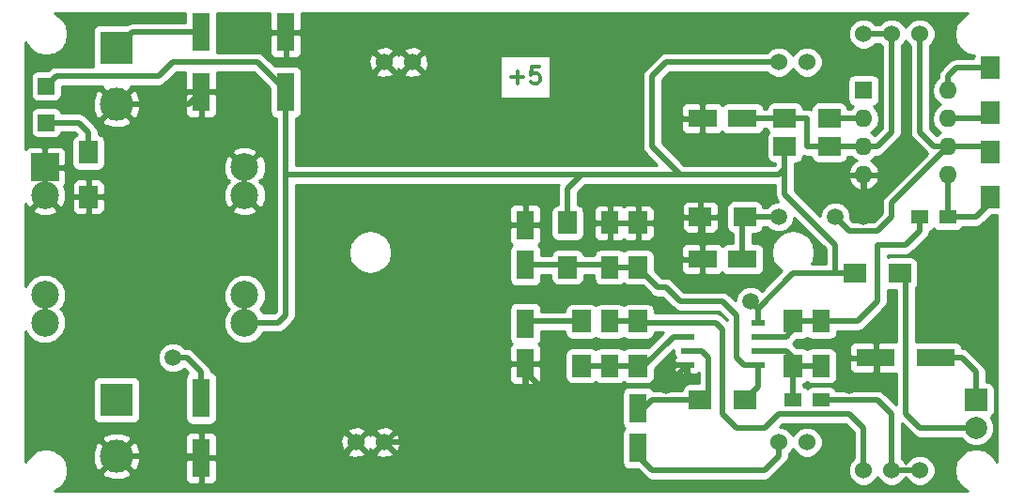
<source format=gbr>
G04 #@! TF.FileFunction,Copper,L1,Top,Signal*
%FSLAX46Y46*%
G04 Gerber Fmt 4.6, Leading zero omitted, Abs format (unit mm)*
G04 Created by KiCad (PCBNEW 4.0.5) date 10/30/17 14:37:20*
%MOMM*%
%LPD*%
G01*
G04 APERTURE LIST*
%ADD10C,0.100000*%
%ADD11C,0.300000*%
%ADD12C,1.524000*%
%ADD13R,1.600000X3.500000*%
%ADD14R,1.600000X2.000000*%
%ADD15R,1.500000X1.500000*%
%ADD16R,2.000000X2.000000*%
%ADD17C,2.000000*%
%ADD18R,1.700000X2.000000*%
%ADD19R,2.000000X1.700000*%
%ADD20R,1.600000X2.600000*%
%ADD21R,2.600000X1.600000*%
%ADD22R,3.500000X1.600000*%
%ADD23R,3.000000X3.000000*%
%ADD24C,3.000000*%
%ADD25R,2.500000X2.500000*%
%ADD26C,2.500000*%
%ADD27R,1.143000X0.508000*%
%ADD28R,1.600000X1.600000*%
%ADD29O,1.600000X1.600000*%
%ADD30R,1.500000X1.250000*%
%ADD31C,1.500000*%
%ADD32C,0.500000*%
%ADD33C,0.254000*%
G04 APERTURE END LIST*
D10*
D11*
X185404286Y-61067143D02*
X186547143Y-61067143D01*
X185975714Y-61638571D02*
X185975714Y-60495714D01*
X187975715Y-60138571D02*
X187261429Y-60138571D01*
X187190000Y-60852857D01*
X187261429Y-60781429D01*
X187404286Y-60710000D01*
X187761429Y-60710000D01*
X187904286Y-60781429D01*
X187975715Y-60852857D01*
X188047143Y-60995714D01*
X188047143Y-61352857D01*
X187975715Y-61495714D01*
X187904286Y-61567143D01*
X187761429Y-61638571D01*
X187404286Y-61638571D01*
X187261429Y-61567143D01*
X187190000Y-61495714D01*
D12*
X171450000Y-93980000D03*
X173990000Y-93980000D03*
X173990000Y-59690000D03*
X176530000Y-59690000D03*
X209550000Y-93980000D03*
X212090000Y-93980000D03*
X209550000Y-59690000D03*
X212090000Y-59690000D03*
D13*
X165100000Y-62390000D03*
X165100000Y-56990000D03*
D14*
X194310000Y-83090000D03*
X194310000Y-87090000D03*
X194310000Y-74200000D03*
X194310000Y-78200000D03*
X213360000Y-83090000D03*
X213360000Y-87090000D03*
D15*
X143510000Y-61850000D03*
X143510000Y-65150000D03*
D16*
X227330000Y-90170000D03*
D17*
X227330000Y-92710000D03*
D18*
X196850000Y-83090000D03*
X196850000Y-87090000D03*
X191770000Y-83090000D03*
X191770000Y-87090000D03*
X190500000Y-78200000D03*
X190500000Y-74200000D03*
D19*
X206470000Y-90170000D03*
X202470000Y-90170000D03*
D18*
X147320000Y-71850000D03*
X147320000Y-67850000D03*
X196850000Y-74200000D03*
X196850000Y-78200000D03*
X210820000Y-83090000D03*
X210820000Y-87090000D03*
D19*
X210090000Y-67310000D03*
X214090000Y-67310000D03*
X206470000Y-73660000D03*
X202470000Y-73660000D03*
X214090000Y-64770000D03*
X210090000Y-64770000D03*
D18*
X228600000Y-71850000D03*
X228600000Y-67850000D03*
X228600000Y-60230000D03*
X228600000Y-64230000D03*
D19*
X216440000Y-78740000D03*
X220440000Y-78740000D03*
D20*
X196850000Y-90910000D03*
X196850000Y-94510000D03*
D13*
X157480000Y-90010000D03*
X157480000Y-95410000D03*
D20*
X186690000Y-83290000D03*
X186690000Y-86890000D03*
X186690000Y-78000000D03*
X186690000Y-74400000D03*
D21*
X206270000Y-64770000D03*
X202670000Y-64770000D03*
X206270000Y-77470000D03*
X202670000Y-77470000D03*
D22*
X223680000Y-86360000D03*
X218280000Y-86360000D03*
D23*
X149860000Y-90170000D03*
D24*
X149860000Y-95250000D03*
D23*
X149860000Y-58420000D03*
D24*
X149860000Y-63500000D03*
D12*
X219710000Y-96520000D03*
X222250000Y-96520000D03*
X217170000Y-96520000D03*
X219710000Y-57150000D03*
X222250000Y-57150000D03*
X217170000Y-57150000D03*
D13*
X157480000Y-56990000D03*
X157480000Y-62390000D03*
D25*
X143400000Y-69200000D03*
D26*
X143400000Y-83200000D03*
X161400000Y-83200000D03*
X161400000Y-69200000D03*
X143400000Y-71700000D03*
X143400000Y-80700000D03*
X161400000Y-80700000D03*
X161400000Y-71700000D03*
D27*
X207645000Y-83185000D03*
X207645000Y-84455000D03*
X207645000Y-85725000D03*
X207645000Y-86995000D03*
X201295000Y-86995000D03*
X201295000Y-85725000D03*
X201295000Y-84455000D03*
X201295000Y-83185000D03*
D28*
X217170000Y-62230000D03*
D29*
X224790000Y-69850000D03*
X217170000Y-64770000D03*
X224790000Y-67310000D03*
X217170000Y-67310000D03*
X224790000Y-64770000D03*
X217170000Y-69850000D03*
X224790000Y-62230000D03*
D30*
X224770000Y-73660000D03*
X222270000Y-73660000D03*
X210840000Y-90170000D03*
X213340000Y-90170000D03*
D31*
X154940000Y-86360000D03*
X217170000Y-73660000D03*
X215900000Y-88900000D03*
X199390000Y-88900000D03*
X207010000Y-81280000D03*
X214630000Y-73660000D03*
X209550000Y-73660000D03*
D32*
X196850000Y-90910000D02*
X197380000Y-90910000D01*
X197380000Y-90910000D02*
X198120000Y-90170000D01*
X198120000Y-90170000D02*
X202470000Y-90170000D01*
X201295000Y-85725000D02*
X202565000Y-85725000D01*
X203200000Y-86360000D02*
X203200000Y-89440000D01*
X202565000Y-85725000D02*
X203200000Y-86360000D01*
X203200000Y-89440000D02*
X202470000Y-90170000D01*
X196850000Y-94510000D02*
X196850000Y-95250000D01*
X196850000Y-95250000D02*
X198120000Y-96520000D01*
X198120000Y-96520000D02*
X208280000Y-96520000D01*
X208280000Y-96520000D02*
X209550000Y-95250000D01*
X209550000Y-95250000D02*
X209550000Y-93980000D01*
X157480000Y-90010000D02*
X157480000Y-87630000D01*
X156210000Y-86360000D02*
X154940000Y-86360000D01*
X157480000Y-87630000D02*
X156210000Y-86360000D01*
X143400000Y-80700000D02*
X143400000Y-83200000D01*
X217170000Y-73660000D02*
X217170000Y-69850000D01*
X173990000Y-93980000D02*
X185420000Y-93980000D01*
X185420000Y-93980000D02*
X186690000Y-92710000D01*
X186690000Y-92710000D02*
X186690000Y-86890000D01*
X157480000Y-95410000D02*
X170020000Y-95410000D01*
X170020000Y-95410000D02*
X171450000Y-93980000D01*
X218440000Y-87630000D02*
X218440000Y-86520000D01*
X217170000Y-88900000D02*
X218440000Y-87630000D01*
X215900000Y-88900000D02*
X217170000Y-88900000D01*
X218440000Y-86520000D02*
X218280000Y-86360000D01*
X149860000Y-95250000D02*
X157320000Y-95250000D01*
X157320000Y-95250000D02*
X157480000Y-95410000D01*
X143400000Y-69200000D02*
X143400000Y-71700000D01*
X161400000Y-69200000D02*
X161400000Y-71700000D01*
X202670000Y-77470000D02*
X202670000Y-73860000D01*
X202670000Y-73860000D02*
X202470000Y-73660000D01*
X149860000Y-63500000D02*
X156370000Y-63500000D01*
X156370000Y-63500000D02*
X157480000Y-62390000D01*
X201295000Y-86995000D02*
X199390000Y-88900000D01*
X187960000Y-88900000D02*
X186690000Y-87630000D01*
X199390000Y-88900000D02*
X187960000Y-88900000D01*
X186690000Y-87630000D02*
X186690000Y-86890000D01*
X201295000Y-83185000D02*
X203835000Y-83185000D01*
X217170000Y-92710000D02*
X217170000Y-96520000D01*
X215900000Y-91440000D02*
X217170000Y-92710000D01*
X209550000Y-91440000D02*
X215900000Y-91440000D01*
X208280000Y-92710000D02*
X209550000Y-91440000D01*
X205740000Y-92710000D02*
X208280000Y-92710000D01*
X204470000Y-91440000D02*
X205740000Y-92710000D01*
X204470000Y-83820000D02*
X204470000Y-91440000D01*
X203835000Y-83185000D02*
X204470000Y-83820000D01*
X194310000Y-83090000D02*
X196850000Y-83090000D01*
X201295000Y-83185000D02*
X196945000Y-83185000D01*
X196945000Y-83185000D02*
X196850000Y-83090000D01*
X194310000Y-87090000D02*
X196850000Y-87090000D01*
X191770000Y-87090000D02*
X194310000Y-87090000D01*
X201295000Y-84455000D02*
X200025000Y-84455000D01*
X200025000Y-84455000D02*
X197390000Y-87090000D01*
X197390000Y-87090000D02*
X196850000Y-87090000D01*
X191770000Y-69850000D02*
X165100000Y-69850000D01*
X209550000Y-59690000D02*
X199390000Y-59690000D01*
X198120000Y-67310000D02*
X200660000Y-69850000D01*
X198120000Y-60960000D02*
X198120000Y-67310000D01*
X199390000Y-59690000D02*
X198120000Y-60960000D01*
X190500000Y-74200000D02*
X190500000Y-71120000D01*
X190500000Y-71120000D02*
X191770000Y-69850000D01*
X191770000Y-69850000D02*
X200660000Y-69850000D01*
X210090000Y-69310000D02*
X210090000Y-67310000D01*
X200660000Y-69850000D02*
X209550000Y-69850000D01*
X209550000Y-69850000D02*
X210090000Y-69310000D01*
X161400000Y-80700000D02*
X161400000Y-83200000D01*
X165100000Y-62390000D02*
X165100000Y-69850000D01*
X165100000Y-69850000D02*
X165100000Y-82550000D01*
X165100000Y-82550000D02*
X164450000Y-83200000D01*
X164450000Y-83200000D02*
X161400000Y-83200000D01*
X210090000Y-67310000D02*
X210090000Y-71660000D01*
X214630000Y-76200000D02*
X214630000Y-78740000D01*
X210090000Y-71660000D02*
X214630000Y-76200000D01*
X207645000Y-83185000D02*
X207645000Y-81915000D01*
X207645000Y-81915000D02*
X210820000Y-78740000D01*
X210820000Y-78740000D02*
X214630000Y-78740000D01*
X214630000Y-78740000D02*
X216440000Y-78740000D01*
X207010000Y-81280000D02*
X207645000Y-81915000D01*
X228600000Y-60230000D02*
X225520000Y-60230000D01*
X225520000Y-60230000D02*
X224790000Y-60960000D01*
X224790000Y-60960000D02*
X224790000Y-62230000D01*
X165100000Y-62390000D02*
X165100000Y-62230000D01*
X165100000Y-62230000D02*
X162560000Y-59690000D01*
X144400000Y-60960000D02*
X143510000Y-61850000D01*
X153670000Y-60960000D02*
X144400000Y-60960000D01*
X154940000Y-59690000D02*
X153670000Y-60960000D01*
X162560000Y-59690000D02*
X154940000Y-59690000D01*
X143510000Y-61850000D02*
X143890000Y-61850000D01*
X191770000Y-83090000D02*
X186890000Y-83090000D01*
X186890000Y-83090000D02*
X186690000Y-83290000D01*
X210840000Y-90170000D02*
X210840000Y-87110000D01*
X210840000Y-87110000D02*
X210820000Y-87090000D01*
X210820000Y-87090000D02*
X213360000Y-87090000D01*
X207645000Y-85725000D02*
X210185000Y-85725000D01*
X210185000Y-85725000D02*
X210820000Y-86360000D01*
X210820000Y-86360000D02*
X210820000Y-87090000D01*
X219710000Y-96520000D02*
X222250000Y-96520000D01*
X219710000Y-96520000D02*
X219710000Y-91440000D01*
X219710000Y-91440000D02*
X218440000Y-90170000D01*
X218440000Y-90170000D02*
X213340000Y-90170000D01*
X207645000Y-86995000D02*
X206375000Y-86995000D01*
X198660000Y-80010000D02*
X196850000Y-78200000D01*
X199390000Y-80010000D02*
X198660000Y-80010000D01*
X200660000Y-81280000D02*
X199390000Y-80010000D01*
X204470000Y-81280000D02*
X200660000Y-81280000D01*
X205740000Y-82550000D02*
X204470000Y-81280000D01*
X205740000Y-86360000D02*
X205740000Y-82550000D01*
X206375000Y-86995000D02*
X205740000Y-86360000D01*
X194310000Y-78200000D02*
X196850000Y-78200000D01*
X186690000Y-78000000D02*
X194110000Y-78000000D01*
X194110000Y-78000000D02*
X194310000Y-78200000D01*
X207645000Y-86995000D02*
X207645000Y-88995000D01*
X207645000Y-88995000D02*
X206470000Y-90170000D01*
X218440000Y-76200000D02*
X220980000Y-76200000D01*
X222270000Y-74910000D02*
X222270000Y-73660000D01*
X220980000Y-76200000D02*
X222270000Y-74910000D01*
X213360000Y-83090000D02*
X216630000Y-83090000D01*
X218440000Y-81280000D02*
X218440000Y-76200000D01*
X216630000Y-83090000D02*
X218440000Y-81280000D01*
X210820000Y-83090000D02*
X213360000Y-83090000D01*
X207645000Y-84455000D02*
X210185000Y-84455000D01*
X210185000Y-84455000D02*
X210820000Y-83820000D01*
X210820000Y-83820000D02*
X210820000Y-83090000D01*
X214090000Y-64770000D02*
X217170000Y-64770000D01*
X224770000Y-73660000D02*
X227330000Y-73660000D01*
X227330000Y-73660000D02*
X228600000Y-72390000D01*
X228600000Y-72390000D02*
X228600000Y-71850000D01*
X224770000Y-73660000D02*
X224770000Y-69870000D01*
X224770000Y-69870000D02*
X224790000Y-69850000D01*
X206270000Y-64770000D02*
X210090000Y-64770000D01*
X210090000Y-64770000D02*
X212090000Y-64770000D01*
X212090000Y-67310000D02*
X214090000Y-67310000D01*
X212090000Y-64770000D02*
X212090000Y-67310000D01*
X214090000Y-67310000D02*
X217170000Y-67310000D01*
X219710000Y-57150000D02*
X219710000Y-66040000D01*
X218440000Y-67310000D02*
X217170000Y-67310000D01*
X219710000Y-66040000D02*
X218440000Y-67310000D01*
X217170000Y-57150000D02*
X219710000Y-57150000D01*
X206470000Y-73660000D02*
X209550000Y-73660000D01*
X219710000Y-72390000D02*
X224790000Y-67310000D01*
X219710000Y-73660000D02*
X219710000Y-72390000D01*
X218440000Y-74930000D02*
X219710000Y-73660000D01*
X215900000Y-74930000D02*
X218440000Y-74930000D01*
X214630000Y-73660000D02*
X215900000Y-74930000D01*
X224790000Y-67310000D02*
X223520000Y-67310000D01*
X222250000Y-57150000D02*
X222250000Y-66040000D01*
X222250000Y-66040000D02*
X223520000Y-67310000D01*
X206270000Y-77470000D02*
X206270000Y-73860000D01*
X206270000Y-73860000D02*
X206470000Y-73660000D01*
X224790000Y-67310000D02*
X228060000Y-67310000D01*
X228060000Y-67310000D02*
X228600000Y-67850000D01*
X227330000Y-90170000D02*
X227330000Y-87630000D01*
X226060000Y-86360000D02*
X223680000Y-86360000D01*
X227330000Y-87630000D02*
X226060000Y-86360000D01*
X143510000Y-65150000D02*
X146430000Y-65150000D01*
X147320000Y-66040000D02*
X147320000Y-67850000D01*
X146430000Y-65150000D02*
X147320000Y-66040000D01*
X224790000Y-64770000D02*
X228060000Y-64770000D01*
X228060000Y-64770000D02*
X228600000Y-64230000D01*
X227330000Y-92710000D02*
X222250000Y-92710000D01*
X220980000Y-91440000D02*
X220980000Y-79280000D01*
X222250000Y-92710000D02*
X220980000Y-91440000D01*
X220980000Y-79280000D02*
X220440000Y-78740000D01*
X157480000Y-56990000D02*
X151290000Y-56990000D01*
X151290000Y-56990000D02*
X149860000Y-58420000D01*
D33*
G36*
X156032560Y-56105000D02*
X151290000Y-56105000D01*
X150951325Y-56172367D01*
X150801375Y-56272560D01*
X148360000Y-56272560D01*
X148124683Y-56316838D01*
X147908559Y-56455910D01*
X147763569Y-56668110D01*
X147712560Y-56920000D01*
X147712560Y-59920000D01*
X147741725Y-60075000D01*
X144400005Y-60075000D01*
X144400000Y-60074999D01*
X144117516Y-60131190D01*
X144061325Y-60142367D01*
X143774210Y-60334210D01*
X143774208Y-60334213D01*
X143655861Y-60452560D01*
X142760000Y-60452560D01*
X142524683Y-60496838D01*
X142308559Y-60635910D01*
X142163569Y-60848110D01*
X142112560Y-61100000D01*
X142112560Y-62600000D01*
X142156838Y-62835317D01*
X142295910Y-63051441D01*
X142508110Y-63196431D01*
X142760000Y-63247440D01*
X144260000Y-63247440D01*
X144495317Y-63203162D01*
X144630479Y-63116187D01*
X147717277Y-63116187D01*
X147733503Y-63965387D01*
X148027261Y-64674582D01*
X148346030Y-64834365D01*
X149680395Y-63500000D01*
X150039605Y-63500000D01*
X151373970Y-64834365D01*
X151692739Y-64674582D01*
X152002723Y-63883813D01*
X151986497Y-63034613D01*
X151837852Y-62675750D01*
X156045000Y-62675750D01*
X156045000Y-64266309D01*
X156141673Y-64499698D01*
X156320301Y-64678327D01*
X156553690Y-64775000D01*
X157194250Y-64775000D01*
X157353000Y-64616250D01*
X157353000Y-62517000D01*
X157607000Y-62517000D01*
X157607000Y-64616250D01*
X157765750Y-64775000D01*
X158406310Y-64775000D01*
X158639699Y-64678327D01*
X158818327Y-64499698D01*
X158915000Y-64266309D01*
X158915000Y-62675750D01*
X158756250Y-62517000D01*
X157607000Y-62517000D01*
X157353000Y-62517000D01*
X156203750Y-62517000D01*
X156045000Y-62675750D01*
X151837852Y-62675750D01*
X151692739Y-62325418D01*
X151373970Y-62165635D01*
X150039605Y-63500000D01*
X149680395Y-63500000D01*
X148346030Y-62165635D01*
X148027261Y-62325418D01*
X147717277Y-63116187D01*
X144630479Y-63116187D01*
X144711441Y-63064090D01*
X144856431Y-62851890D01*
X144907440Y-62600000D01*
X144907440Y-61845000D01*
X148596326Y-61845000D01*
X148525635Y-61986030D01*
X149860000Y-63320395D01*
X151194365Y-61986030D01*
X151123674Y-61845000D01*
X153669995Y-61845000D01*
X153670000Y-61845001D01*
X153952484Y-61788810D01*
X154008675Y-61777633D01*
X154295790Y-61585790D01*
X155306579Y-60575000D01*
X156045000Y-60575000D01*
X156045000Y-62104250D01*
X156203750Y-62263000D01*
X157353000Y-62263000D01*
X157353000Y-62243000D01*
X157607000Y-62243000D01*
X157607000Y-62263000D01*
X158756250Y-62263000D01*
X158915000Y-62104250D01*
X158915000Y-60575000D01*
X162193420Y-60575000D01*
X163652560Y-62034139D01*
X163652560Y-64140000D01*
X163696838Y-64375317D01*
X163835910Y-64591441D01*
X164048110Y-64736431D01*
X164215000Y-64770227D01*
X164215000Y-82183421D01*
X164083420Y-82315000D01*
X163073898Y-82315000D01*
X162998957Y-82133628D01*
X162815793Y-81950145D01*
X162997093Y-81769161D01*
X163284672Y-81076595D01*
X163285326Y-80326695D01*
X162998957Y-79633628D01*
X162469161Y-79102907D01*
X161776595Y-78815328D01*
X161026695Y-78814674D01*
X160333628Y-79101043D01*
X159802907Y-79630839D01*
X159515328Y-80323405D01*
X159514674Y-81073305D01*
X159801043Y-81766372D01*
X159984207Y-81949855D01*
X159802907Y-82130839D01*
X159515328Y-82823405D01*
X159514674Y-83573305D01*
X159801043Y-84266372D01*
X160330839Y-84797093D01*
X161023405Y-85084672D01*
X161773305Y-85085326D01*
X162466372Y-84798957D01*
X162997093Y-84269161D01*
X163073563Y-84085000D01*
X164449995Y-84085000D01*
X164450000Y-84085001D01*
X164732484Y-84028810D01*
X164788675Y-84017633D01*
X165075790Y-83825790D01*
X165725787Y-83175792D01*
X165725790Y-83175790D01*
X165917633Y-82888675D01*
X165930616Y-82823405D01*
X165985001Y-82550000D01*
X165985000Y-82549995D01*
X165985000Y-76835000D01*
X170740000Y-76835000D01*
X170890719Y-77592713D01*
X171319929Y-78235071D01*
X171962287Y-78664281D01*
X172720000Y-78815000D01*
X173477713Y-78664281D01*
X174120071Y-78235071D01*
X174549281Y-77592713D01*
X174700000Y-76835000D01*
X174549281Y-76077287D01*
X174120071Y-75434929D01*
X173477713Y-75005719D01*
X172720000Y-74855000D01*
X171962287Y-75005719D01*
X171319929Y-75434929D01*
X170890719Y-76077287D01*
X170740000Y-76835000D01*
X165985000Y-76835000D01*
X165985000Y-72973691D01*
X185255000Y-72973691D01*
X185255000Y-74114250D01*
X185413750Y-74273000D01*
X186563000Y-74273000D01*
X186563000Y-72623750D01*
X186817000Y-72623750D01*
X186817000Y-74273000D01*
X187966250Y-74273000D01*
X188125000Y-74114250D01*
X188125000Y-72973691D01*
X188028327Y-72740302D01*
X187849699Y-72561673D01*
X187616310Y-72465000D01*
X186975750Y-72465000D01*
X186817000Y-72623750D01*
X186563000Y-72623750D01*
X186404250Y-72465000D01*
X185763690Y-72465000D01*
X185530301Y-72561673D01*
X185351673Y-72740302D01*
X185255000Y-72973691D01*
X165985000Y-72973691D01*
X165985000Y-70735000D01*
X189713320Y-70735000D01*
X189682367Y-70781325D01*
X189682367Y-70781326D01*
X189614999Y-71120000D01*
X189615000Y-71120005D01*
X189615000Y-72559146D01*
X189414683Y-72596838D01*
X189198559Y-72735910D01*
X189053569Y-72948110D01*
X189002560Y-73200000D01*
X189002560Y-75200000D01*
X189046838Y-75435317D01*
X189185910Y-75651441D01*
X189398110Y-75796431D01*
X189650000Y-75847440D01*
X191350000Y-75847440D01*
X191585317Y-75803162D01*
X191801441Y-75664090D01*
X191946431Y-75451890D01*
X191997440Y-75200000D01*
X191997440Y-74485750D01*
X192875000Y-74485750D01*
X192875000Y-75326309D01*
X192971673Y-75559698D01*
X193150301Y-75738327D01*
X193383690Y-75835000D01*
X194024250Y-75835000D01*
X194183000Y-75676250D01*
X194183000Y-74327000D01*
X194437000Y-74327000D01*
X194437000Y-75676250D01*
X194595750Y-75835000D01*
X195236310Y-75835000D01*
X195469699Y-75738327D01*
X195555000Y-75653026D01*
X195640301Y-75738327D01*
X195873690Y-75835000D01*
X196564250Y-75835000D01*
X196723000Y-75676250D01*
X196723000Y-74327000D01*
X196977000Y-74327000D01*
X196977000Y-75676250D01*
X197135750Y-75835000D01*
X197826310Y-75835000D01*
X198059699Y-75738327D01*
X198238327Y-75559698D01*
X198335000Y-75326309D01*
X198335000Y-74485750D01*
X198176250Y-74327000D01*
X196977000Y-74327000D01*
X196723000Y-74327000D01*
X194437000Y-74327000D01*
X194183000Y-74327000D01*
X193033750Y-74327000D01*
X192875000Y-74485750D01*
X191997440Y-74485750D01*
X191997440Y-73200000D01*
X191973674Y-73073691D01*
X192875000Y-73073691D01*
X192875000Y-73914250D01*
X193033750Y-74073000D01*
X194183000Y-74073000D01*
X194183000Y-72723750D01*
X194437000Y-72723750D01*
X194437000Y-74073000D01*
X196723000Y-74073000D01*
X196723000Y-72723750D01*
X196977000Y-72723750D01*
X196977000Y-74073000D01*
X198176250Y-74073000D01*
X198303500Y-73945750D01*
X200835000Y-73945750D01*
X200835000Y-74636310D01*
X200931673Y-74869699D01*
X201110302Y-75048327D01*
X201343691Y-75145000D01*
X202184250Y-75145000D01*
X202343000Y-74986250D01*
X202343000Y-73787000D01*
X202597000Y-73787000D01*
X202597000Y-74986250D01*
X202755750Y-75145000D01*
X203596309Y-75145000D01*
X203829698Y-75048327D01*
X204008327Y-74869699D01*
X204105000Y-74636310D01*
X204105000Y-73945750D01*
X203946250Y-73787000D01*
X202597000Y-73787000D01*
X202343000Y-73787000D01*
X200993750Y-73787000D01*
X200835000Y-73945750D01*
X198303500Y-73945750D01*
X198335000Y-73914250D01*
X198335000Y-73073691D01*
X198238327Y-72840302D01*
X198081716Y-72683690D01*
X200835000Y-72683690D01*
X200835000Y-73374250D01*
X200993750Y-73533000D01*
X202343000Y-73533000D01*
X202343000Y-72333750D01*
X202597000Y-72333750D01*
X202597000Y-73533000D01*
X203946250Y-73533000D01*
X204105000Y-73374250D01*
X204105000Y-72683690D01*
X204008327Y-72450301D01*
X203829698Y-72271673D01*
X203596309Y-72175000D01*
X202755750Y-72175000D01*
X202597000Y-72333750D01*
X202343000Y-72333750D01*
X202184250Y-72175000D01*
X201343691Y-72175000D01*
X201110302Y-72271673D01*
X200931673Y-72450301D01*
X200835000Y-72683690D01*
X198081716Y-72683690D01*
X198059699Y-72661673D01*
X197826310Y-72565000D01*
X197135750Y-72565000D01*
X196977000Y-72723750D01*
X196723000Y-72723750D01*
X196564250Y-72565000D01*
X195873690Y-72565000D01*
X195640301Y-72661673D01*
X195555000Y-72746974D01*
X195469699Y-72661673D01*
X195236310Y-72565000D01*
X194595750Y-72565000D01*
X194437000Y-72723750D01*
X194183000Y-72723750D01*
X194024250Y-72565000D01*
X193383690Y-72565000D01*
X193150301Y-72661673D01*
X192971673Y-72840302D01*
X192875000Y-73073691D01*
X191973674Y-73073691D01*
X191953162Y-72964683D01*
X191814090Y-72748559D01*
X191601890Y-72603569D01*
X191385000Y-72559648D01*
X191385000Y-71486580D01*
X192136579Y-70735000D01*
X209205000Y-70735000D01*
X209205000Y-71659995D01*
X209204999Y-71660000D01*
X209248682Y-71879605D01*
X209272367Y-71998675D01*
X209357065Y-72125435D01*
X209456946Y-72274918D01*
X209275715Y-72274760D01*
X208766485Y-72485169D01*
X208476148Y-72775000D01*
X208110854Y-72775000D01*
X208073162Y-72574683D01*
X207934090Y-72358559D01*
X207721890Y-72213569D01*
X207470000Y-72162560D01*
X205470000Y-72162560D01*
X205234683Y-72206838D01*
X205018559Y-72345910D01*
X204873569Y-72558110D01*
X204822560Y-72810000D01*
X204822560Y-74510000D01*
X204866838Y-74745317D01*
X205005910Y-74961441D01*
X205218110Y-75106431D01*
X205385000Y-75140227D01*
X205385000Y-76022560D01*
X204970000Y-76022560D01*
X204734683Y-76066838D01*
X204518559Y-76205910D01*
X204472031Y-76274006D01*
X204329698Y-76131673D01*
X204096309Y-76035000D01*
X202955750Y-76035000D01*
X202797000Y-76193750D01*
X202797000Y-77343000D01*
X202817000Y-77343000D01*
X202817000Y-77597000D01*
X202797000Y-77597000D01*
X202797000Y-78746250D01*
X202955750Y-78905000D01*
X204096309Y-78905000D01*
X204329698Y-78808327D01*
X204470936Y-78667090D01*
X204505910Y-78721441D01*
X204718110Y-78866431D01*
X204970000Y-78917440D01*
X207570000Y-78917440D01*
X207805317Y-78873162D01*
X208021441Y-78734090D01*
X208166431Y-78521890D01*
X208217440Y-78270000D01*
X208217440Y-76670000D01*
X208173162Y-76434683D01*
X208034090Y-76218559D01*
X207821890Y-76073569D01*
X207570000Y-76022560D01*
X207155000Y-76022560D01*
X207155000Y-75157440D01*
X207470000Y-75157440D01*
X207705317Y-75113162D01*
X207921441Y-74974090D01*
X208066431Y-74761890D01*
X208110352Y-74545000D01*
X208476477Y-74545000D01*
X208764436Y-74833461D01*
X209273298Y-75044759D01*
X209824285Y-75045240D01*
X210333515Y-74834831D01*
X210723461Y-74445564D01*
X210934759Y-73936702D01*
X210934916Y-73756496D01*
X213745000Y-76566579D01*
X213745000Y-77855000D01*
X212474026Y-77855000D01*
X212649281Y-77592713D01*
X212800000Y-76835000D01*
X212649281Y-76077287D01*
X212220071Y-75434929D01*
X211577713Y-75005719D01*
X210820000Y-74855000D01*
X210062287Y-75005719D01*
X209419929Y-75434929D01*
X208990719Y-76077287D01*
X208840000Y-76835000D01*
X208990719Y-77592713D01*
X209419929Y-78235071D01*
X209811626Y-78496795D01*
X207998546Y-80309875D01*
X207795564Y-80106539D01*
X207286702Y-79895241D01*
X206735715Y-79894760D01*
X206226485Y-80105169D01*
X205836539Y-80494436D01*
X205625241Y-81003298D01*
X205625084Y-81183504D01*
X205095790Y-80654210D01*
X204859736Y-80496485D01*
X204808675Y-80462367D01*
X204752484Y-80451190D01*
X204470000Y-80394999D01*
X204469995Y-80395000D01*
X201026579Y-80395000D01*
X200015790Y-79384210D01*
X199889760Y-79300000D01*
X199728675Y-79192367D01*
X199672484Y-79181190D01*
X199390000Y-79124999D01*
X199389995Y-79125000D01*
X199026579Y-79125000D01*
X198347440Y-78445860D01*
X198347440Y-77755750D01*
X200735000Y-77755750D01*
X200735000Y-78396310D01*
X200831673Y-78629699D01*
X201010302Y-78808327D01*
X201243691Y-78905000D01*
X202384250Y-78905000D01*
X202543000Y-78746250D01*
X202543000Y-77597000D01*
X200893750Y-77597000D01*
X200735000Y-77755750D01*
X198347440Y-77755750D01*
X198347440Y-77200000D01*
X198303162Y-76964683D01*
X198164090Y-76748559D01*
X197951890Y-76603569D01*
X197700000Y-76552560D01*
X196000000Y-76552560D01*
X195764683Y-76596838D01*
X195552174Y-76733584D01*
X195361890Y-76603569D01*
X195110000Y-76552560D01*
X193510000Y-76552560D01*
X193274683Y-76596838D01*
X193058559Y-76735910D01*
X192913569Y-76948110D01*
X192879773Y-77115000D01*
X191981446Y-77115000D01*
X191953162Y-76964683D01*
X191814090Y-76748559D01*
X191601890Y-76603569D01*
X191350000Y-76552560D01*
X189650000Y-76552560D01*
X189414683Y-76596838D01*
X189198559Y-76735910D01*
X189053569Y-76948110D01*
X189019773Y-77115000D01*
X188137440Y-77115000D01*
X188137440Y-76700000D01*
X188108029Y-76543690D01*
X200735000Y-76543690D01*
X200735000Y-77184250D01*
X200893750Y-77343000D01*
X202543000Y-77343000D01*
X202543000Y-76193750D01*
X202384250Y-76035000D01*
X201243691Y-76035000D01*
X201010302Y-76131673D01*
X200831673Y-76310301D01*
X200735000Y-76543690D01*
X188108029Y-76543690D01*
X188093162Y-76464683D01*
X187954090Y-76248559D01*
X187885994Y-76202031D01*
X188028327Y-76059698D01*
X188125000Y-75826309D01*
X188125000Y-74685750D01*
X187966250Y-74527000D01*
X186817000Y-74527000D01*
X186817000Y-74547000D01*
X186563000Y-74547000D01*
X186563000Y-74527000D01*
X185413750Y-74527000D01*
X185255000Y-74685750D01*
X185255000Y-75826309D01*
X185351673Y-76059698D01*
X185492910Y-76200936D01*
X185438559Y-76235910D01*
X185293569Y-76448110D01*
X185242560Y-76700000D01*
X185242560Y-79300000D01*
X185286838Y-79535317D01*
X185425910Y-79751441D01*
X185638110Y-79896431D01*
X185890000Y-79947440D01*
X187490000Y-79947440D01*
X187725317Y-79903162D01*
X187941441Y-79764090D01*
X188086431Y-79551890D01*
X188137440Y-79300000D01*
X188137440Y-78885000D01*
X189002560Y-78885000D01*
X189002560Y-79200000D01*
X189046838Y-79435317D01*
X189185910Y-79651441D01*
X189398110Y-79796431D01*
X189650000Y-79847440D01*
X191350000Y-79847440D01*
X191585317Y-79803162D01*
X191801441Y-79664090D01*
X191946431Y-79451890D01*
X191997440Y-79200000D01*
X191997440Y-78885000D01*
X192862560Y-78885000D01*
X192862560Y-79200000D01*
X192906838Y-79435317D01*
X193045910Y-79651441D01*
X193258110Y-79796431D01*
X193510000Y-79847440D01*
X195110000Y-79847440D01*
X195345317Y-79803162D01*
X195557826Y-79666416D01*
X195748110Y-79796431D01*
X196000000Y-79847440D01*
X197245861Y-79847440D01*
X198034208Y-80635787D01*
X198034210Y-80635790D01*
X198061778Y-80654210D01*
X198321326Y-80827634D01*
X198660000Y-80895001D01*
X198660005Y-80895000D01*
X199023420Y-80895000D01*
X200034208Y-81905787D01*
X200034210Y-81905790D01*
X200270264Y-82063515D01*
X200321325Y-82097633D01*
X200660000Y-82165001D01*
X200660005Y-82165000D01*
X204103420Y-82165000D01*
X204855000Y-82916579D01*
X204855000Y-82953421D01*
X204460790Y-82559210D01*
X204322652Y-82466910D01*
X204173675Y-82367367D01*
X204117484Y-82356190D01*
X203835000Y-82299999D01*
X203834995Y-82300000D01*
X201947683Y-82300000D01*
X201866500Y-82283560D01*
X200723500Y-82283560D01*
X200636129Y-82300000D01*
X198347440Y-82300000D01*
X198347440Y-82090000D01*
X198303162Y-81854683D01*
X198164090Y-81638559D01*
X197951890Y-81493569D01*
X197700000Y-81442560D01*
X196000000Y-81442560D01*
X195764683Y-81486838D01*
X195552174Y-81623584D01*
X195361890Y-81493569D01*
X195110000Y-81442560D01*
X193510000Y-81442560D01*
X193274683Y-81486838D01*
X193062174Y-81623584D01*
X192871890Y-81493569D01*
X192620000Y-81442560D01*
X190920000Y-81442560D01*
X190684683Y-81486838D01*
X190468559Y-81625910D01*
X190323569Y-81838110D01*
X190272560Y-82090000D01*
X190272560Y-82205000D01*
X188137440Y-82205000D01*
X188137440Y-81990000D01*
X188093162Y-81754683D01*
X187954090Y-81538559D01*
X187741890Y-81393569D01*
X187490000Y-81342560D01*
X185890000Y-81342560D01*
X185654683Y-81386838D01*
X185438559Y-81525910D01*
X185293569Y-81738110D01*
X185242560Y-81990000D01*
X185242560Y-84590000D01*
X185286838Y-84825317D01*
X185425910Y-85041441D01*
X185494006Y-85087969D01*
X185351673Y-85230302D01*
X185255000Y-85463691D01*
X185255000Y-86604250D01*
X185413750Y-86763000D01*
X186563000Y-86763000D01*
X186563000Y-86743000D01*
X186817000Y-86743000D01*
X186817000Y-86763000D01*
X187966250Y-86763000D01*
X188125000Y-86604250D01*
X188125000Y-85463691D01*
X188028327Y-85230302D01*
X187887090Y-85089064D01*
X187941441Y-85054090D01*
X188086431Y-84841890D01*
X188137440Y-84590000D01*
X188137440Y-83975000D01*
X190272560Y-83975000D01*
X190272560Y-84090000D01*
X190316838Y-84325317D01*
X190455910Y-84541441D01*
X190668110Y-84686431D01*
X190920000Y-84737440D01*
X192620000Y-84737440D01*
X192855317Y-84693162D01*
X193067826Y-84556416D01*
X193258110Y-84686431D01*
X193510000Y-84737440D01*
X195110000Y-84737440D01*
X195345317Y-84693162D01*
X195557826Y-84556416D01*
X195748110Y-84686431D01*
X196000000Y-84737440D01*
X197700000Y-84737440D01*
X197935317Y-84693162D01*
X198151441Y-84554090D01*
X198296431Y-84341890D01*
X198347440Y-84090000D01*
X198347440Y-84070000D01*
X199158421Y-84070000D01*
X197771401Y-85457019D01*
X197700000Y-85442560D01*
X196000000Y-85442560D01*
X195764683Y-85486838D01*
X195552174Y-85623584D01*
X195361890Y-85493569D01*
X195110000Y-85442560D01*
X193510000Y-85442560D01*
X193274683Y-85486838D01*
X193062174Y-85623584D01*
X192871890Y-85493569D01*
X192620000Y-85442560D01*
X190920000Y-85442560D01*
X190684683Y-85486838D01*
X190468559Y-85625910D01*
X190323569Y-85838110D01*
X190272560Y-86090000D01*
X190272560Y-88090000D01*
X190316838Y-88325317D01*
X190455910Y-88541441D01*
X190668110Y-88686431D01*
X190920000Y-88737440D01*
X192620000Y-88737440D01*
X192855317Y-88693162D01*
X193067826Y-88556416D01*
X193258110Y-88686431D01*
X193510000Y-88737440D01*
X195110000Y-88737440D01*
X195345317Y-88693162D01*
X195557826Y-88556416D01*
X195748110Y-88686431D01*
X196000000Y-88737440D01*
X197700000Y-88737440D01*
X197935317Y-88693162D01*
X198151441Y-88554090D01*
X198296431Y-88341890D01*
X198347440Y-88090000D01*
X198347440Y-87384140D01*
X198450829Y-87280750D01*
X200088500Y-87280750D01*
X200088500Y-87375309D01*
X200185173Y-87608698D01*
X200363801Y-87787327D01*
X200597190Y-87884000D01*
X201009250Y-87884000D01*
X201168000Y-87725250D01*
X201168000Y-87122000D01*
X200247250Y-87122000D01*
X200088500Y-87280750D01*
X198450829Y-87280750D01*
X200076060Y-85655519D01*
X200076060Y-85979000D01*
X200120338Y-86214317D01*
X200211104Y-86355371D01*
X200185173Y-86381302D01*
X200088500Y-86614691D01*
X200088500Y-86709250D01*
X200247250Y-86868000D01*
X201168000Y-86868000D01*
X201168000Y-86848000D01*
X201422000Y-86848000D01*
X201422000Y-86868000D01*
X201442000Y-86868000D01*
X201442000Y-87122000D01*
X201422000Y-87122000D01*
X201422000Y-87725250D01*
X201580750Y-87884000D01*
X201992810Y-87884000D01*
X202226199Y-87787327D01*
X202315000Y-87698526D01*
X202315000Y-88672560D01*
X201470000Y-88672560D01*
X201234683Y-88716838D01*
X201018559Y-88855910D01*
X200873569Y-89068110D01*
X200829648Y-89285000D01*
X198195453Y-89285000D01*
X198114090Y-89158559D01*
X197901890Y-89013569D01*
X197650000Y-88962560D01*
X196050000Y-88962560D01*
X195814683Y-89006838D01*
X195598559Y-89145910D01*
X195453569Y-89358110D01*
X195402560Y-89610000D01*
X195402560Y-92210000D01*
X195446838Y-92445317D01*
X195585910Y-92661441D01*
X195655711Y-92709134D01*
X195598559Y-92745910D01*
X195453569Y-92958110D01*
X195402560Y-93210000D01*
X195402560Y-95810000D01*
X195446838Y-96045317D01*
X195585910Y-96261441D01*
X195798110Y-96406431D01*
X196050000Y-96457440D01*
X196805860Y-96457440D01*
X197494208Y-97145787D01*
X197494210Y-97145790D01*
X197691648Y-97277713D01*
X197781325Y-97337633D01*
X198120000Y-97405001D01*
X198120005Y-97405000D01*
X208279995Y-97405000D01*
X208280000Y-97405001D01*
X208562484Y-97348810D01*
X208618675Y-97337633D01*
X208905790Y-97145790D01*
X208905791Y-97145789D01*
X210175787Y-95875792D01*
X210175790Y-95875790D01*
X210367633Y-95588675D01*
X210377912Y-95537000D01*
X210435001Y-95250000D01*
X210435000Y-95249995D01*
X210435000Y-95070478D01*
X210733629Y-94772370D01*
X210819949Y-94564488D01*
X210904990Y-94770303D01*
X211297630Y-95163629D01*
X211810900Y-95376757D01*
X212366661Y-95377242D01*
X212880303Y-95165010D01*
X213273629Y-94772370D01*
X213486757Y-94259100D01*
X213487242Y-93703339D01*
X213275010Y-93189697D01*
X212882370Y-92796371D01*
X212369100Y-92583243D01*
X211813339Y-92582758D01*
X211299697Y-92794990D01*
X210906371Y-93187630D01*
X210820051Y-93395512D01*
X210735010Y-93189697D01*
X210342370Y-92796371D01*
X209829100Y-92583243D01*
X209658485Y-92583094D01*
X209916579Y-92325000D01*
X215533420Y-92325000D01*
X216285000Y-93076579D01*
X216285000Y-95429522D01*
X215986371Y-95727630D01*
X215773243Y-96240900D01*
X215772758Y-96796661D01*
X215984990Y-97310303D01*
X216377630Y-97703629D01*
X216890900Y-97916757D01*
X217446661Y-97917242D01*
X217960303Y-97705010D01*
X218353629Y-97312370D01*
X218439949Y-97104488D01*
X218524990Y-97310303D01*
X218917630Y-97703629D01*
X219430900Y-97916757D01*
X219986661Y-97917242D01*
X220500303Y-97705010D01*
X220893629Y-97312370D01*
X220979949Y-97104488D01*
X221064990Y-97310303D01*
X221457630Y-97703629D01*
X221970900Y-97916757D01*
X222526661Y-97917242D01*
X223040303Y-97705010D01*
X223433629Y-97312370D01*
X223646757Y-96799100D01*
X223647242Y-96243339D01*
X223435010Y-95729697D01*
X223042370Y-95336371D01*
X222529100Y-95123243D01*
X221973339Y-95122758D01*
X221459697Y-95334990D01*
X221066371Y-95727630D01*
X220980051Y-95935512D01*
X220895010Y-95729697D01*
X220595000Y-95429163D01*
X220595000Y-92306580D01*
X221624208Y-93335787D01*
X221624210Y-93335790D01*
X221911325Y-93527633D01*
X222250000Y-93595001D01*
X222250005Y-93595000D01*
X225926602Y-93595000D01*
X225943106Y-93634943D01*
X226402637Y-94095278D01*
X227003352Y-94344716D01*
X227653795Y-94345284D01*
X228254943Y-94096894D01*
X228715278Y-93637363D01*
X228964716Y-93036648D01*
X228965284Y-92386205D01*
X228716894Y-91785057D01*
X228650379Y-91718426D01*
X228781441Y-91634090D01*
X228926431Y-91421890D01*
X228977440Y-91170000D01*
X228977440Y-89170000D01*
X228933162Y-88934683D01*
X228794090Y-88718559D01*
X228581890Y-88573569D01*
X228330000Y-88522560D01*
X228215000Y-88522560D01*
X228215000Y-87630005D01*
X228215001Y-87630000D01*
X228147633Y-87291325D01*
X228140567Y-87280750D01*
X227955790Y-87004210D01*
X227955787Y-87004208D01*
X226685790Y-85734210D01*
X226542637Y-85638559D01*
X226398675Y-85542367D01*
X226342484Y-85531190D01*
X226061502Y-85475298D01*
X226033162Y-85324683D01*
X225894090Y-85108559D01*
X225681890Y-84963569D01*
X225430000Y-84912560D01*
X221930000Y-84912560D01*
X221865000Y-84924791D01*
X221865000Y-80071104D01*
X221891441Y-80054090D01*
X222036431Y-79841890D01*
X222087440Y-79590000D01*
X222087440Y-77890000D01*
X222043162Y-77654683D01*
X221904090Y-77438559D01*
X221691890Y-77293569D01*
X221440000Y-77242560D01*
X219440000Y-77242560D01*
X219325000Y-77264199D01*
X219325000Y-77085000D01*
X220979995Y-77085000D01*
X220980000Y-77085001D01*
X221262484Y-77028810D01*
X221318675Y-77017633D01*
X221605790Y-76825790D01*
X222895787Y-75535792D01*
X222895790Y-75535790D01*
X223087633Y-75248675D01*
X223155000Y-74910000D01*
X223155000Y-74907038D01*
X223255317Y-74888162D01*
X223471441Y-74749090D01*
X223519134Y-74679289D01*
X223555910Y-74736441D01*
X223768110Y-74881431D01*
X224020000Y-74932440D01*
X225520000Y-74932440D01*
X225755317Y-74888162D01*
X225971441Y-74749090D01*
X226110890Y-74545000D01*
X227329995Y-74545000D01*
X227330000Y-74545001D01*
X227627868Y-74485750D01*
X227668675Y-74477633D01*
X227955790Y-74285790D01*
X227955791Y-74285789D01*
X228744139Y-73497440D01*
X229160000Y-73497440D01*
X229160000Y-95765902D01*
X229159281Y-95762287D01*
X228730071Y-95119929D01*
X228087713Y-94690719D01*
X227330000Y-94540000D01*
X226572287Y-94690719D01*
X225929929Y-95119929D01*
X225500719Y-95762287D01*
X225350000Y-96520000D01*
X225500719Y-97277713D01*
X225929929Y-97920071D01*
X226572287Y-98349281D01*
X226575902Y-98350000D01*
X144264098Y-98350000D01*
X144267713Y-98349281D01*
X144910071Y-97920071D01*
X145339281Y-97277713D01*
X145441471Y-96763970D01*
X148525635Y-96763970D01*
X148685418Y-97082739D01*
X149476187Y-97392723D01*
X150325387Y-97376497D01*
X151034582Y-97082739D01*
X151194365Y-96763970D01*
X149860000Y-95429605D01*
X148525635Y-96763970D01*
X145441471Y-96763970D01*
X145490000Y-96520000D01*
X145339281Y-95762287D01*
X144910071Y-95119929D01*
X144530320Y-94866187D01*
X147717277Y-94866187D01*
X147733503Y-95715387D01*
X148027261Y-96424582D01*
X148346030Y-96584365D01*
X149680395Y-95250000D01*
X150039605Y-95250000D01*
X151373970Y-96584365D01*
X151692739Y-96424582D01*
X151978443Y-95695750D01*
X156045000Y-95695750D01*
X156045000Y-97286309D01*
X156141673Y-97519698D01*
X156320301Y-97698327D01*
X156553690Y-97795000D01*
X157194250Y-97795000D01*
X157353000Y-97636250D01*
X157353000Y-95537000D01*
X157607000Y-95537000D01*
X157607000Y-97636250D01*
X157765750Y-97795000D01*
X158406310Y-97795000D01*
X158639699Y-97698327D01*
X158818327Y-97519698D01*
X158915000Y-97286309D01*
X158915000Y-95695750D01*
X158756250Y-95537000D01*
X157607000Y-95537000D01*
X157353000Y-95537000D01*
X156203750Y-95537000D01*
X156045000Y-95695750D01*
X151978443Y-95695750D01*
X152002723Y-95633813D01*
X151986497Y-94784613D01*
X151692739Y-94075418D01*
X151373970Y-93915635D01*
X150039605Y-95250000D01*
X149680395Y-95250000D01*
X148346030Y-93915635D01*
X148027261Y-94075418D01*
X147717277Y-94866187D01*
X144530320Y-94866187D01*
X144267713Y-94690719D01*
X143510000Y-94540000D01*
X142752287Y-94690719D01*
X142109929Y-95119929D01*
X141680719Y-95762287D01*
X141680000Y-95765902D01*
X141680000Y-93736030D01*
X148525635Y-93736030D01*
X149860000Y-95070395D01*
X151194365Y-93736030D01*
X151092943Y-93533691D01*
X156045000Y-93533691D01*
X156045000Y-95124250D01*
X156203750Y-95283000D01*
X157353000Y-95283000D01*
X157353000Y-93183750D01*
X157607000Y-93183750D01*
X157607000Y-95283000D01*
X158756250Y-95283000D01*
X158915000Y-95124250D01*
X158915000Y-94960213D01*
X170649392Y-94960213D01*
X170718857Y-95202397D01*
X171242302Y-95389144D01*
X171797368Y-95361362D01*
X172181143Y-95202397D01*
X172250608Y-94960213D01*
X173189392Y-94960213D01*
X173258857Y-95202397D01*
X173782302Y-95389144D01*
X174337368Y-95361362D01*
X174721143Y-95202397D01*
X174790608Y-94960213D01*
X173990000Y-94159605D01*
X173189392Y-94960213D01*
X172250608Y-94960213D01*
X171450000Y-94159605D01*
X170649392Y-94960213D01*
X158915000Y-94960213D01*
X158915000Y-93772302D01*
X170040856Y-93772302D01*
X170068638Y-94327368D01*
X170227603Y-94711143D01*
X170469787Y-94780608D01*
X171270395Y-93980000D01*
X171629605Y-93980000D01*
X172430213Y-94780608D01*
X172672397Y-94711143D01*
X172716453Y-94587656D01*
X172767603Y-94711143D01*
X173009787Y-94780608D01*
X173810395Y-93980000D01*
X174169605Y-93980000D01*
X174970213Y-94780608D01*
X175212397Y-94711143D01*
X175399144Y-94187698D01*
X175371362Y-93632632D01*
X175212397Y-93248857D01*
X174970213Y-93179392D01*
X174169605Y-93980000D01*
X173810395Y-93980000D01*
X173009787Y-93179392D01*
X172767603Y-93248857D01*
X172723547Y-93372344D01*
X172672397Y-93248857D01*
X172430213Y-93179392D01*
X171629605Y-93980000D01*
X171270395Y-93980000D01*
X170469787Y-93179392D01*
X170227603Y-93248857D01*
X170040856Y-93772302D01*
X158915000Y-93772302D01*
X158915000Y-93533691D01*
X158818327Y-93300302D01*
X158639699Y-93121673D01*
X158406310Y-93025000D01*
X157765750Y-93025000D01*
X157607000Y-93183750D01*
X157353000Y-93183750D01*
X157194250Y-93025000D01*
X156553690Y-93025000D01*
X156320301Y-93121673D01*
X156141673Y-93300302D01*
X156045000Y-93533691D01*
X151092943Y-93533691D01*
X151034582Y-93417261D01*
X150243813Y-93107277D01*
X149394613Y-93123503D01*
X148685418Y-93417261D01*
X148525635Y-93736030D01*
X141680000Y-93736030D01*
X141680000Y-92999787D01*
X170649392Y-92999787D01*
X171450000Y-93800395D01*
X172250608Y-92999787D01*
X173189392Y-92999787D01*
X173990000Y-93800395D01*
X174790608Y-92999787D01*
X174721143Y-92757603D01*
X174197698Y-92570856D01*
X173642632Y-92598638D01*
X173258857Y-92757603D01*
X173189392Y-92999787D01*
X172250608Y-92999787D01*
X172181143Y-92757603D01*
X171657698Y-92570856D01*
X171102632Y-92598638D01*
X170718857Y-92757603D01*
X170649392Y-92999787D01*
X141680000Y-92999787D01*
X141680000Y-88670000D01*
X147712560Y-88670000D01*
X147712560Y-91670000D01*
X147756838Y-91905317D01*
X147895910Y-92121441D01*
X148108110Y-92266431D01*
X148360000Y-92317440D01*
X151360000Y-92317440D01*
X151595317Y-92273162D01*
X151811441Y-92134090D01*
X151956431Y-91921890D01*
X152007440Y-91670000D01*
X152007440Y-88670000D01*
X151963162Y-88434683D01*
X151824090Y-88218559D01*
X151611890Y-88073569D01*
X151360000Y-88022560D01*
X148360000Y-88022560D01*
X148124683Y-88066838D01*
X147908559Y-88205910D01*
X147763569Y-88418110D01*
X147712560Y-88670000D01*
X141680000Y-88670000D01*
X141680000Y-86634285D01*
X153554760Y-86634285D01*
X153765169Y-87143515D01*
X154154436Y-87533461D01*
X154663298Y-87744759D01*
X155214285Y-87745240D01*
X155723515Y-87534831D01*
X155928562Y-87330141D01*
X156329425Y-87731004D01*
X156228559Y-87795910D01*
X156083569Y-88008110D01*
X156032560Y-88260000D01*
X156032560Y-91760000D01*
X156076838Y-91995317D01*
X156215910Y-92211441D01*
X156428110Y-92356431D01*
X156680000Y-92407440D01*
X158280000Y-92407440D01*
X158515317Y-92363162D01*
X158731441Y-92224090D01*
X158876431Y-92011890D01*
X158927440Y-91760000D01*
X158927440Y-88260000D01*
X158883162Y-88024683D01*
X158744090Y-87808559D01*
X158531890Y-87663569D01*
X158364954Y-87629764D01*
X158297633Y-87291325D01*
X158290567Y-87280750D01*
X158220409Y-87175750D01*
X185255000Y-87175750D01*
X185255000Y-88316309D01*
X185351673Y-88549698D01*
X185530301Y-88728327D01*
X185763690Y-88825000D01*
X186404250Y-88825000D01*
X186563000Y-88666250D01*
X186563000Y-87017000D01*
X186817000Y-87017000D01*
X186817000Y-88666250D01*
X186975750Y-88825000D01*
X187616310Y-88825000D01*
X187849699Y-88728327D01*
X188028327Y-88549698D01*
X188125000Y-88316309D01*
X188125000Y-87175750D01*
X187966250Y-87017000D01*
X186817000Y-87017000D01*
X186563000Y-87017000D01*
X185413750Y-87017000D01*
X185255000Y-87175750D01*
X158220409Y-87175750D01*
X158105790Y-87004210D01*
X158105787Y-87004208D01*
X156835790Y-85734210D01*
X156692637Y-85638559D01*
X156548675Y-85542367D01*
X156492484Y-85531190D01*
X156210000Y-85474999D01*
X156209995Y-85475000D01*
X156013523Y-85475000D01*
X155725564Y-85186539D01*
X155216702Y-84975241D01*
X154665715Y-84974760D01*
X154156485Y-85185169D01*
X153766539Y-85574436D01*
X153555241Y-86083298D01*
X153554760Y-86634285D01*
X141680000Y-86634285D01*
X141680000Y-83973425D01*
X141801043Y-84266372D01*
X142330839Y-84797093D01*
X143023405Y-85084672D01*
X143773305Y-85085326D01*
X144466372Y-84798957D01*
X144997093Y-84269161D01*
X145284672Y-83576595D01*
X145285326Y-82826695D01*
X144998957Y-82133628D01*
X144815793Y-81950145D01*
X144997093Y-81769161D01*
X145284672Y-81076595D01*
X145285326Y-80326695D01*
X144998957Y-79633628D01*
X144469161Y-79102907D01*
X143776595Y-78815328D01*
X143026695Y-78814674D01*
X142333628Y-79101043D01*
X141802907Y-79630839D01*
X141680000Y-79926831D01*
X141680000Y-73033320D01*
X142246285Y-73033320D01*
X142375533Y-73326123D01*
X143075806Y-73594388D01*
X143825435Y-73574250D01*
X144424467Y-73326123D01*
X144553715Y-73033320D01*
X143400000Y-71879605D01*
X142246285Y-73033320D01*
X141680000Y-73033320D01*
X141680000Y-72497828D01*
X141773877Y-72724467D01*
X142066680Y-72853715D01*
X143220395Y-71700000D01*
X143206253Y-71685858D01*
X143385858Y-71506253D01*
X143400000Y-71520395D01*
X143414143Y-71506253D01*
X143593748Y-71685858D01*
X143579605Y-71700000D01*
X144733320Y-72853715D01*
X145026123Y-72724467D01*
X145251652Y-72135750D01*
X145835000Y-72135750D01*
X145835000Y-72976309D01*
X145931673Y-73209698D01*
X146110301Y-73388327D01*
X146343690Y-73485000D01*
X147034250Y-73485000D01*
X147193000Y-73326250D01*
X147193000Y-71977000D01*
X147447000Y-71977000D01*
X147447000Y-73326250D01*
X147605750Y-73485000D01*
X148296310Y-73485000D01*
X148529699Y-73388327D01*
X148708327Y-73209698D01*
X148781385Y-73033320D01*
X160246285Y-73033320D01*
X160375533Y-73326123D01*
X161075806Y-73594388D01*
X161825435Y-73574250D01*
X162424467Y-73326123D01*
X162553715Y-73033320D01*
X161400000Y-71879605D01*
X160246285Y-73033320D01*
X148781385Y-73033320D01*
X148805000Y-72976309D01*
X148805000Y-72135750D01*
X148646250Y-71977000D01*
X147447000Y-71977000D01*
X147193000Y-71977000D01*
X145993750Y-71977000D01*
X145835000Y-72135750D01*
X145251652Y-72135750D01*
X145294388Y-72024194D01*
X145274250Y-71274565D01*
X145112928Y-70885098D01*
X145188327Y-70809699D01*
X145223952Y-70723691D01*
X145835000Y-70723691D01*
X145835000Y-71564250D01*
X145993750Y-71723000D01*
X147193000Y-71723000D01*
X147193000Y-70373750D01*
X147447000Y-70373750D01*
X147447000Y-71723000D01*
X148646250Y-71723000D01*
X148805000Y-71564250D01*
X148805000Y-70723691D01*
X148708327Y-70490302D01*
X148529699Y-70311673D01*
X148296310Y-70215000D01*
X147605750Y-70215000D01*
X147447000Y-70373750D01*
X147193000Y-70373750D01*
X147034250Y-70215000D01*
X146343690Y-70215000D01*
X146110301Y-70311673D01*
X145931673Y-70490302D01*
X145835000Y-70723691D01*
X145223952Y-70723691D01*
X145285000Y-70576310D01*
X145285000Y-69485750D01*
X145126250Y-69327000D01*
X143527000Y-69327000D01*
X143527000Y-69347000D01*
X143273000Y-69347000D01*
X143273000Y-69327000D01*
X143253000Y-69327000D01*
X143253000Y-69073000D01*
X143273000Y-69073000D01*
X143273000Y-67473750D01*
X143527000Y-67473750D01*
X143527000Y-69073000D01*
X145126250Y-69073000D01*
X145285000Y-68914250D01*
X145285000Y-67823690D01*
X145188327Y-67590301D01*
X145009698Y-67411673D01*
X144776309Y-67315000D01*
X143685750Y-67315000D01*
X143527000Y-67473750D01*
X143273000Y-67473750D01*
X143114250Y-67315000D01*
X142023691Y-67315000D01*
X141790302Y-67411673D01*
X141680000Y-67521974D01*
X141680000Y-64400000D01*
X142112560Y-64400000D01*
X142112560Y-65900000D01*
X142156838Y-66135317D01*
X142295910Y-66351441D01*
X142508110Y-66496431D01*
X142760000Y-66547440D01*
X144260000Y-66547440D01*
X144495317Y-66503162D01*
X144711441Y-66364090D01*
X144856431Y-66151890D01*
X144880102Y-66035000D01*
X146063420Y-66035000D01*
X146268833Y-66240412D01*
X146234683Y-66246838D01*
X146018559Y-66385910D01*
X145873569Y-66598110D01*
X145822560Y-66850000D01*
X145822560Y-68850000D01*
X145866838Y-69085317D01*
X146005910Y-69301441D01*
X146218110Y-69446431D01*
X146470000Y-69497440D01*
X148170000Y-69497440D01*
X148405317Y-69453162D01*
X148621441Y-69314090D01*
X148766431Y-69101890D01*
X148812214Y-68875806D01*
X159505612Y-68875806D01*
X159525750Y-69625435D01*
X159773877Y-70224467D01*
X160042471Y-70343029D01*
X159952946Y-70432554D01*
X159970392Y-70450000D01*
X159952946Y-70467446D01*
X160042471Y-70556971D01*
X159773877Y-70675533D01*
X159505612Y-71375806D01*
X159525750Y-72125435D01*
X159773877Y-72724467D01*
X160066680Y-72853715D01*
X161220395Y-71700000D01*
X161206253Y-71685858D01*
X161385858Y-71506253D01*
X161400000Y-71520395D01*
X161414143Y-71506253D01*
X161593748Y-71685858D01*
X161579605Y-71700000D01*
X162733320Y-72853715D01*
X163026123Y-72724467D01*
X163294388Y-72024194D01*
X163274250Y-71274565D01*
X163026123Y-70675533D01*
X162757529Y-70556971D01*
X162847054Y-70467446D01*
X162829608Y-70450000D01*
X162847054Y-70432554D01*
X162757529Y-70343029D01*
X163026123Y-70224467D01*
X163294388Y-69524194D01*
X163274250Y-68774565D01*
X163026123Y-68175533D01*
X162733320Y-68046285D01*
X161579605Y-69200000D01*
X161593748Y-69214143D01*
X161414143Y-69393748D01*
X161400000Y-69379605D01*
X161385858Y-69393748D01*
X161206253Y-69214143D01*
X161220395Y-69200000D01*
X160066680Y-68046285D01*
X159773877Y-68175533D01*
X159505612Y-68875806D01*
X148812214Y-68875806D01*
X148817440Y-68850000D01*
X148817440Y-67866680D01*
X160246285Y-67866680D01*
X161400000Y-69020395D01*
X162553715Y-67866680D01*
X162424467Y-67573877D01*
X161724194Y-67305612D01*
X160974565Y-67325750D01*
X160375533Y-67573877D01*
X160246285Y-67866680D01*
X148817440Y-67866680D01*
X148817440Y-66850000D01*
X148773162Y-66614683D01*
X148634090Y-66398559D01*
X148421890Y-66253569D01*
X148205000Y-66209648D01*
X148205000Y-66040005D01*
X148205001Y-66040000D01*
X148137633Y-65701326D01*
X148137633Y-65701325D01*
X147945790Y-65414210D01*
X147945787Y-65414208D01*
X147545550Y-65013970D01*
X148525635Y-65013970D01*
X148685418Y-65332739D01*
X149476187Y-65642723D01*
X150325387Y-65626497D01*
X151034582Y-65332739D01*
X151194365Y-65013970D01*
X149860000Y-63679605D01*
X148525635Y-65013970D01*
X147545550Y-65013970D01*
X147055790Y-64524210D01*
X146916778Y-64431326D01*
X146768675Y-64332367D01*
X146712484Y-64321190D01*
X146430000Y-64264999D01*
X146429995Y-64265000D01*
X144882038Y-64265000D01*
X144863162Y-64164683D01*
X144724090Y-63948559D01*
X144511890Y-63803569D01*
X144260000Y-63752560D01*
X142760000Y-63752560D01*
X142524683Y-63796838D01*
X142308559Y-63935910D01*
X142163569Y-64148110D01*
X142112560Y-64400000D01*
X141680000Y-64400000D01*
X141680000Y-57904098D01*
X141680719Y-57907713D01*
X142109929Y-58550071D01*
X142752287Y-58979281D01*
X143510000Y-59130000D01*
X144267713Y-58979281D01*
X144910071Y-58550071D01*
X145339281Y-57907713D01*
X145490000Y-57150000D01*
X145339281Y-56392287D01*
X144910071Y-55749929D01*
X144267713Y-55320719D01*
X144264098Y-55320000D01*
X156032560Y-55320000D01*
X156032560Y-56105000D01*
X156032560Y-56105000D01*
G37*
X156032560Y-56105000D02*
X151290000Y-56105000D01*
X150951325Y-56172367D01*
X150801375Y-56272560D01*
X148360000Y-56272560D01*
X148124683Y-56316838D01*
X147908559Y-56455910D01*
X147763569Y-56668110D01*
X147712560Y-56920000D01*
X147712560Y-59920000D01*
X147741725Y-60075000D01*
X144400005Y-60075000D01*
X144400000Y-60074999D01*
X144117516Y-60131190D01*
X144061325Y-60142367D01*
X143774210Y-60334210D01*
X143774208Y-60334213D01*
X143655861Y-60452560D01*
X142760000Y-60452560D01*
X142524683Y-60496838D01*
X142308559Y-60635910D01*
X142163569Y-60848110D01*
X142112560Y-61100000D01*
X142112560Y-62600000D01*
X142156838Y-62835317D01*
X142295910Y-63051441D01*
X142508110Y-63196431D01*
X142760000Y-63247440D01*
X144260000Y-63247440D01*
X144495317Y-63203162D01*
X144630479Y-63116187D01*
X147717277Y-63116187D01*
X147733503Y-63965387D01*
X148027261Y-64674582D01*
X148346030Y-64834365D01*
X149680395Y-63500000D01*
X150039605Y-63500000D01*
X151373970Y-64834365D01*
X151692739Y-64674582D01*
X152002723Y-63883813D01*
X151986497Y-63034613D01*
X151837852Y-62675750D01*
X156045000Y-62675750D01*
X156045000Y-64266309D01*
X156141673Y-64499698D01*
X156320301Y-64678327D01*
X156553690Y-64775000D01*
X157194250Y-64775000D01*
X157353000Y-64616250D01*
X157353000Y-62517000D01*
X157607000Y-62517000D01*
X157607000Y-64616250D01*
X157765750Y-64775000D01*
X158406310Y-64775000D01*
X158639699Y-64678327D01*
X158818327Y-64499698D01*
X158915000Y-64266309D01*
X158915000Y-62675750D01*
X158756250Y-62517000D01*
X157607000Y-62517000D01*
X157353000Y-62517000D01*
X156203750Y-62517000D01*
X156045000Y-62675750D01*
X151837852Y-62675750D01*
X151692739Y-62325418D01*
X151373970Y-62165635D01*
X150039605Y-63500000D01*
X149680395Y-63500000D01*
X148346030Y-62165635D01*
X148027261Y-62325418D01*
X147717277Y-63116187D01*
X144630479Y-63116187D01*
X144711441Y-63064090D01*
X144856431Y-62851890D01*
X144907440Y-62600000D01*
X144907440Y-61845000D01*
X148596326Y-61845000D01*
X148525635Y-61986030D01*
X149860000Y-63320395D01*
X151194365Y-61986030D01*
X151123674Y-61845000D01*
X153669995Y-61845000D01*
X153670000Y-61845001D01*
X153952484Y-61788810D01*
X154008675Y-61777633D01*
X154295790Y-61585790D01*
X155306579Y-60575000D01*
X156045000Y-60575000D01*
X156045000Y-62104250D01*
X156203750Y-62263000D01*
X157353000Y-62263000D01*
X157353000Y-62243000D01*
X157607000Y-62243000D01*
X157607000Y-62263000D01*
X158756250Y-62263000D01*
X158915000Y-62104250D01*
X158915000Y-60575000D01*
X162193420Y-60575000D01*
X163652560Y-62034139D01*
X163652560Y-64140000D01*
X163696838Y-64375317D01*
X163835910Y-64591441D01*
X164048110Y-64736431D01*
X164215000Y-64770227D01*
X164215000Y-82183421D01*
X164083420Y-82315000D01*
X163073898Y-82315000D01*
X162998957Y-82133628D01*
X162815793Y-81950145D01*
X162997093Y-81769161D01*
X163284672Y-81076595D01*
X163285326Y-80326695D01*
X162998957Y-79633628D01*
X162469161Y-79102907D01*
X161776595Y-78815328D01*
X161026695Y-78814674D01*
X160333628Y-79101043D01*
X159802907Y-79630839D01*
X159515328Y-80323405D01*
X159514674Y-81073305D01*
X159801043Y-81766372D01*
X159984207Y-81949855D01*
X159802907Y-82130839D01*
X159515328Y-82823405D01*
X159514674Y-83573305D01*
X159801043Y-84266372D01*
X160330839Y-84797093D01*
X161023405Y-85084672D01*
X161773305Y-85085326D01*
X162466372Y-84798957D01*
X162997093Y-84269161D01*
X163073563Y-84085000D01*
X164449995Y-84085000D01*
X164450000Y-84085001D01*
X164732484Y-84028810D01*
X164788675Y-84017633D01*
X165075790Y-83825790D01*
X165725787Y-83175792D01*
X165725790Y-83175790D01*
X165917633Y-82888675D01*
X165930616Y-82823405D01*
X165985001Y-82550000D01*
X165985000Y-82549995D01*
X165985000Y-76835000D01*
X170740000Y-76835000D01*
X170890719Y-77592713D01*
X171319929Y-78235071D01*
X171962287Y-78664281D01*
X172720000Y-78815000D01*
X173477713Y-78664281D01*
X174120071Y-78235071D01*
X174549281Y-77592713D01*
X174700000Y-76835000D01*
X174549281Y-76077287D01*
X174120071Y-75434929D01*
X173477713Y-75005719D01*
X172720000Y-74855000D01*
X171962287Y-75005719D01*
X171319929Y-75434929D01*
X170890719Y-76077287D01*
X170740000Y-76835000D01*
X165985000Y-76835000D01*
X165985000Y-72973691D01*
X185255000Y-72973691D01*
X185255000Y-74114250D01*
X185413750Y-74273000D01*
X186563000Y-74273000D01*
X186563000Y-72623750D01*
X186817000Y-72623750D01*
X186817000Y-74273000D01*
X187966250Y-74273000D01*
X188125000Y-74114250D01*
X188125000Y-72973691D01*
X188028327Y-72740302D01*
X187849699Y-72561673D01*
X187616310Y-72465000D01*
X186975750Y-72465000D01*
X186817000Y-72623750D01*
X186563000Y-72623750D01*
X186404250Y-72465000D01*
X185763690Y-72465000D01*
X185530301Y-72561673D01*
X185351673Y-72740302D01*
X185255000Y-72973691D01*
X165985000Y-72973691D01*
X165985000Y-70735000D01*
X189713320Y-70735000D01*
X189682367Y-70781325D01*
X189682367Y-70781326D01*
X189614999Y-71120000D01*
X189615000Y-71120005D01*
X189615000Y-72559146D01*
X189414683Y-72596838D01*
X189198559Y-72735910D01*
X189053569Y-72948110D01*
X189002560Y-73200000D01*
X189002560Y-75200000D01*
X189046838Y-75435317D01*
X189185910Y-75651441D01*
X189398110Y-75796431D01*
X189650000Y-75847440D01*
X191350000Y-75847440D01*
X191585317Y-75803162D01*
X191801441Y-75664090D01*
X191946431Y-75451890D01*
X191997440Y-75200000D01*
X191997440Y-74485750D01*
X192875000Y-74485750D01*
X192875000Y-75326309D01*
X192971673Y-75559698D01*
X193150301Y-75738327D01*
X193383690Y-75835000D01*
X194024250Y-75835000D01*
X194183000Y-75676250D01*
X194183000Y-74327000D01*
X194437000Y-74327000D01*
X194437000Y-75676250D01*
X194595750Y-75835000D01*
X195236310Y-75835000D01*
X195469699Y-75738327D01*
X195555000Y-75653026D01*
X195640301Y-75738327D01*
X195873690Y-75835000D01*
X196564250Y-75835000D01*
X196723000Y-75676250D01*
X196723000Y-74327000D01*
X196977000Y-74327000D01*
X196977000Y-75676250D01*
X197135750Y-75835000D01*
X197826310Y-75835000D01*
X198059699Y-75738327D01*
X198238327Y-75559698D01*
X198335000Y-75326309D01*
X198335000Y-74485750D01*
X198176250Y-74327000D01*
X196977000Y-74327000D01*
X196723000Y-74327000D01*
X194437000Y-74327000D01*
X194183000Y-74327000D01*
X193033750Y-74327000D01*
X192875000Y-74485750D01*
X191997440Y-74485750D01*
X191997440Y-73200000D01*
X191973674Y-73073691D01*
X192875000Y-73073691D01*
X192875000Y-73914250D01*
X193033750Y-74073000D01*
X194183000Y-74073000D01*
X194183000Y-72723750D01*
X194437000Y-72723750D01*
X194437000Y-74073000D01*
X196723000Y-74073000D01*
X196723000Y-72723750D01*
X196977000Y-72723750D01*
X196977000Y-74073000D01*
X198176250Y-74073000D01*
X198303500Y-73945750D01*
X200835000Y-73945750D01*
X200835000Y-74636310D01*
X200931673Y-74869699D01*
X201110302Y-75048327D01*
X201343691Y-75145000D01*
X202184250Y-75145000D01*
X202343000Y-74986250D01*
X202343000Y-73787000D01*
X202597000Y-73787000D01*
X202597000Y-74986250D01*
X202755750Y-75145000D01*
X203596309Y-75145000D01*
X203829698Y-75048327D01*
X204008327Y-74869699D01*
X204105000Y-74636310D01*
X204105000Y-73945750D01*
X203946250Y-73787000D01*
X202597000Y-73787000D01*
X202343000Y-73787000D01*
X200993750Y-73787000D01*
X200835000Y-73945750D01*
X198303500Y-73945750D01*
X198335000Y-73914250D01*
X198335000Y-73073691D01*
X198238327Y-72840302D01*
X198081716Y-72683690D01*
X200835000Y-72683690D01*
X200835000Y-73374250D01*
X200993750Y-73533000D01*
X202343000Y-73533000D01*
X202343000Y-72333750D01*
X202597000Y-72333750D01*
X202597000Y-73533000D01*
X203946250Y-73533000D01*
X204105000Y-73374250D01*
X204105000Y-72683690D01*
X204008327Y-72450301D01*
X203829698Y-72271673D01*
X203596309Y-72175000D01*
X202755750Y-72175000D01*
X202597000Y-72333750D01*
X202343000Y-72333750D01*
X202184250Y-72175000D01*
X201343691Y-72175000D01*
X201110302Y-72271673D01*
X200931673Y-72450301D01*
X200835000Y-72683690D01*
X198081716Y-72683690D01*
X198059699Y-72661673D01*
X197826310Y-72565000D01*
X197135750Y-72565000D01*
X196977000Y-72723750D01*
X196723000Y-72723750D01*
X196564250Y-72565000D01*
X195873690Y-72565000D01*
X195640301Y-72661673D01*
X195555000Y-72746974D01*
X195469699Y-72661673D01*
X195236310Y-72565000D01*
X194595750Y-72565000D01*
X194437000Y-72723750D01*
X194183000Y-72723750D01*
X194024250Y-72565000D01*
X193383690Y-72565000D01*
X193150301Y-72661673D01*
X192971673Y-72840302D01*
X192875000Y-73073691D01*
X191973674Y-73073691D01*
X191953162Y-72964683D01*
X191814090Y-72748559D01*
X191601890Y-72603569D01*
X191385000Y-72559648D01*
X191385000Y-71486580D01*
X192136579Y-70735000D01*
X209205000Y-70735000D01*
X209205000Y-71659995D01*
X209204999Y-71660000D01*
X209248682Y-71879605D01*
X209272367Y-71998675D01*
X209357065Y-72125435D01*
X209456946Y-72274918D01*
X209275715Y-72274760D01*
X208766485Y-72485169D01*
X208476148Y-72775000D01*
X208110854Y-72775000D01*
X208073162Y-72574683D01*
X207934090Y-72358559D01*
X207721890Y-72213569D01*
X207470000Y-72162560D01*
X205470000Y-72162560D01*
X205234683Y-72206838D01*
X205018559Y-72345910D01*
X204873569Y-72558110D01*
X204822560Y-72810000D01*
X204822560Y-74510000D01*
X204866838Y-74745317D01*
X205005910Y-74961441D01*
X205218110Y-75106431D01*
X205385000Y-75140227D01*
X205385000Y-76022560D01*
X204970000Y-76022560D01*
X204734683Y-76066838D01*
X204518559Y-76205910D01*
X204472031Y-76274006D01*
X204329698Y-76131673D01*
X204096309Y-76035000D01*
X202955750Y-76035000D01*
X202797000Y-76193750D01*
X202797000Y-77343000D01*
X202817000Y-77343000D01*
X202817000Y-77597000D01*
X202797000Y-77597000D01*
X202797000Y-78746250D01*
X202955750Y-78905000D01*
X204096309Y-78905000D01*
X204329698Y-78808327D01*
X204470936Y-78667090D01*
X204505910Y-78721441D01*
X204718110Y-78866431D01*
X204970000Y-78917440D01*
X207570000Y-78917440D01*
X207805317Y-78873162D01*
X208021441Y-78734090D01*
X208166431Y-78521890D01*
X208217440Y-78270000D01*
X208217440Y-76670000D01*
X208173162Y-76434683D01*
X208034090Y-76218559D01*
X207821890Y-76073569D01*
X207570000Y-76022560D01*
X207155000Y-76022560D01*
X207155000Y-75157440D01*
X207470000Y-75157440D01*
X207705317Y-75113162D01*
X207921441Y-74974090D01*
X208066431Y-74761890D01*
X208110352Y-74545000D01*
X208476477Y-74545000D01*
X208764436Y-74833461D01*
X209273298Y-75044759D01*
X209824285Y-75045240D01*
X210333515Y-74834831D01*
X210723461Y-74445564D01*
X210934759Y-73936702D01*
X210934916Y-73756496D01*
X213745000Y-76566579D01*
X213745000Y-77855000D01*
X212474026Y-77855000D01*
X212649281Y-77592713D01*
X212800000Y-76835000D01*
X212649281Y-76077287D01*
X212220071Y-75434929D01*
X211577713Y-75005719D01*
X210820000Y-74855000D01*
X210062287Y-75005719D01*
X209419929Y-75434929D01*
X208990719Y-76077287D01*
X208840000Y-76835000D01*
X208990719Y-77592713D01*
X209419929Y-78235071D01*
X209811626Y-78496795D01*
X207998546Y-80309875D01*
X207795564Y-80106539D01*
X207286702Y-79895241D01*
X206735715Y-79894760D01*
X206226485Y-80105169D01*
X205836539Y-80494436D01*
X205625241Y-81003298D01*
X205625084Y-81183504D01*
X205095790Y-80654210D01*
X204859736Y-80496485D01*
X204808675Y-80462367D01*
X204752484Y-80451190D01*
X204470000Y-80394999D01*
X204469995Y-80395000D01*
X201026579Y-80395000D01*
X200015790Y-79384210D01*
X199889760Y-79300000D01*
X199728675Y-79192367D01*
X199672484Y-79181190D01*
X199390000Y-79124999D01*
X199389995Y-79125000D01*
X199026579Y-79125000D01*
X198347440Y-78445860D01*
X198347440Y-77755750D01*
X200735000Y-77755750D01*
X200735000Y-78396310D01*
X200831673Y-78629699D01*
X201010302Y-78808327D01*
X201243691Y-78905000D01*
X202384250Y-78905000D01*
X202543000Y-78746250D01*
X202543000Y-77597000D01*
X200893750Y-77597000D01*
X200735000Y-77755750D01*
X198347440Y-77755750D01*
X198347440Y-77200000D01*
X198303162Y-76964683D01*
X198164090Y-76748559D01*
X197951890Y-76603569D01*
X197700000Y-76552560D01*
X196000000Y-76552560D01*
X195764683Y-76596838D01*
X195552174Y-76733584D01*
X195361890Y-76603569D01*
X195110000Y-76552560D01*
X193510000Y-76552560D01*
X193274683Y-76596838D01*
X193058559Y-76735910D01*
X192913569Y-76948110D01*
X192879773Y-77115000D01*
X191981446Y-77115000D01*
X191953162Y-76964683D01*
X191814090Y-76748559D01*
X191601890Y-76603569D01*
X191350000Y-76552560D01*
X189650000Y-76552560D01*
X189414683Y-76596838D01*
X189198559Y-76735910D01*
X189053569Y-76948110D01*
X189019773Y-77115000D01*
X188137440Y-77115000D01*
X188137440Y-76700000D01*
X188108029Y-76543690D01*
X200735000Y-76543690D01*
X200735000Y-77184250D01*
X200893750Y-77343000D01*
X202543000Y-77343000D01*
X202543000Y-76193750D01*
X202384250Y-76035000D01*
X201243691Y-76035000D01*
X201010302Y-76131673D01*
X200831673Y-76310301D01*
X200735000Y-76543690D01*
X188108029Y-76543690D01*
X188093162Y-76464683D01*
X187954090Y-76248559D01*
X187885994Y-76202031D01*
X188028327Y-76059698D01*
X188125000Y-75826309D01*
X188125000Y-74685750D01*
X187966250Y-74527000D01*
X186817000Y-74527000D01*
X186817000Y-74547000D01*
X186563000Y-74547000D01*
X186563000Y-74527000D01*
X185413750Y-74527000D01*
X185255000Y-74685750D01*
X185255000Y-75826309D01*
X185351673Y-76059698D01*
X185492910Y-76200936D01*
X185438559Y-76235910D01*
X185293569Y-76448110D01*
X185242560Y-76700000D01*
X185242560Y-79300000D01*
X185286838Y-79535317D01*
X185425910Y-79751441D01*
X185638110Y-79896431D01*
X185890000Y-79947440D01*
X187490000Y-79947440D01*
X187725317Y-79903162D01*
X187941441Y-79764090D01*
X188086431Y-79551890D01*
X188137440Y-79300000D01*
X188137440Y-78885000D01*
X189002560Y-78885000D01*
X189002560Y-79200000D01*
X189046838Y-79435317D01*
X189185910Y-79651441D01*
X189398110Y-79796431D01*
X189650000Y-79847440D01*
X191350000Y-79847440D01*
X191585317Y-79803162D01*
X191801441Y-79664090D01*
X191946431Y-79451890D01*
X191997440Y-79200000D01*
X191997440Y-78885000D01*
X192862560Y-78885000D01*
X192862560Y-79200000D01*
X192906838Y-79435317D01*
X193045910Y-79651441D01*
X193258110Y-79796431D01*
X193510000Y-79847440D01*
X195110000Y-79847440D01*
X195345317Y-79803162D01*
X195557826Y-79666416D01*
X195748110Y-79796431D01*
X196000000Y-79847440D01*
X197245861Y-79847440D01*
X198034208Y-80635787D01*
X198034210Y-80635790D01*
X198061778Y-80654210D01*
X198321326Y-80827634D01*
X198660000Y-80895001D01*
X198660005Y-80895000D01*
X199023420Y-80895000D01*
X200034208Y-81905787D01*
X200034210Y-81905790D01*
X200270264Y-82063515D01*
X200321325Y-82097633D01*
X200660000Y-82165001D01*
X200660005Y-82165000D01*
X204103420Y-82165000D01*
X204855000Y-82916579D01*
X204855000Y-82953421D01*
X204460790Y-82559210D01*
X204322652Y-82466910D01*
X204173675Y-82367367D01*
X204117484Y-82356190D01*
X203835000Y-82299999D01*
X203834995Y-82300000D01*
X201947683Y-82300000D01*
X201866500Y-82283560D01*
X200723500Y-82283560D01*
X200636129Y-82300000D01*
X198347440Y-82300000D01*
X198347440Y-82090000D01*
X198303162Y-81854683D01*
X198164090Y-81638559D01*
X197951890Y-81493569D01*
X197700000Y-81442560D01*
X196000000Y-81442560D01*
X195764683Y-81486838D01*
X195552174Y-81623584D01*
X195361890Y-81493569D01*
X195110000Y-81442560D01*
X193510000Y-81442560D01*
X193274683Y-81486838D01*
X193062174Y-81623584D01*
X192871890Y-81493569D01*
X192620000Y-81442560D01*
X190920000Y-81442560D01*
X190684683Y-81486838D01*
X190468559Y-81625910D01*
X190323569Y-81838110D01*
X190272560Y-82090000D01*
X190272560Y-82205000D01*
X188137440Y-82205000D01*
X188137440Y-81990000D01*
X188093162Y-81754683D01*
X187954090Y-81538559D01*
X187741890Y-81393569D01*
X187490000Y-81342560D01*
X185890000Y-81342560D01*
X185654683Y-81386838D01*
X185438559Y-81525910D01*
X185293569Y-81738110D01*
X185242560Y-81990000D01*
X185242560Y-84590000D01*
X185286838Y-84825317D01*
X185425910Y-85041441D01*
X185494006Y-85087969D01*
X185351673Y-85230302D01*
X185255000Y-85463691D01*
X185255000Y-86604250D01*
X185413750Y-86763000D01*
X186563000Y-86763000D01*
X186563000Y-86743000D01*
X186817000Y-86743000D01*
X186817000Y-86763000D01*
X187966250Y-86763000D01*
X188125000Y-86604250D01*
X188125000Y-85463691D01*
X188028327Y-85230302D01*
X187887090Y-85089064D01*
X187941441Y-85054090D01*
X188086431Y-84841890D01*
X188137440Y-84590000D01*
X188137440Y-83975000D01*
X190272560Y-83975000D01*
X190272560Y-84090000D01*
X190316838Y-84325317D01*
X190455910Y-84541441D01*
X190668110Y-84686431D01*
X190920000Y-84737440D01*
X192620000Y-84737440D01*
X192855317Y-84693162D01*
X193067826Y-84556416D01*
X193258110Y-84686431D01*
X193510000Y-84737440D01*
X195110000Y-84737440D01*
X195345317Y-84693162D01*
X195557826Y-84556416D01*
X195748110Y-84686431D01*
X196000000Y-84737440D01*
X197700000Y-84737440D01*
X197935317Y-84693162D01*
X198151441Y-84554090D01*
X198296431Y-84341890D01*
X198347440Y-84090000D01*
X198347440Y-84070000D01*
X199158421Y-84070000D01*
X197771401Y-85457019D01*
X197700000Y-85442560D01*
X196000000Y-85442560D01*
X195764683Y-85486838D01*
X195552174Y-85623584D01*
X195361890Y-85493569D01*
X195110000Y-85442560D01*
X193510000Y-85442560D01*
X193274683Y-85486838D01*
X193062174Y-85623584D01*
X192871890Y-85493569D01*
X192620000Y-85442560D01*
X190920000Y-85442560D01*
X190684683Y-85486838D01*
X190468559Y-85625910D01*
X190323569Y-85838110D01*
X190272560Y-86090000D01*
X190272560Y-88090000D01*
X190316838Y-88325317D01*
X190455910Y-88541441D01*
X190668110Y-88686431D01*
X190920000Y-88737440D01*
X192620000Y-88737440D01*
X192855317Y-88693162D01*
X193067826Y-88556416D01*
X193258110Y-88686431D01*
X193510000Y-88737440D01*
X195110000Y-88737440D01*
X195345317Y-88693162D01*
X195557826Y-88556416D01*
X195748110Y-88686431D01*
X196000000Y-88737440D01*
X197700000Y-88737440D01*
X197935317Y-88693162D01*
X198151441Y-88554090D01*
X198296431Y-88341890D01*
X198347440Y-88090000D01*
X198347440Y-87384140D01*
X198450829Y-87280750D01*
X200088500Y-87280750D01*
X200088500Y-87375309D01*
X200185173Y-87608698D01*
X200363801Y-87787327D01*
X200597190Y-87884000D01*
X201009250Y-87884000D01*
X201168000Y-87725250D01*
X201168000Y-87122000D01*
X200247250Y-87122000D01*
X200088500Y-87280750D01*
X198450829Y-87280750D01*
X200076060Y-85655519D01*
X200076060Y-85979000D01*
X200120338Y-86214317D01*
X200211104Y-86355371D01*
X200185173Y-86381302D01*
X200088500Y-86614691D01*
X200088500Y-86709250D01*
X200247250Y-86868000D01*
X201168000Y-86868000D01*
X201168000Y-86848000D01*
X201422000Y-86848000D01*
X201422000Y-86868000D01*
X201442000Y-86868000D01*
X201442000Y-87122000D01*
X201422000Y-87122000D01*
X201422000Y-87725250D01*
X201580750Y-87884000D01*
X201992810Y-87884000D01*
X202226199Y-87787327D01*
X202315000Y-87698526D01*
X202315000Y-88672560D01*
X201470000Y-88672560D01*
X201234683Y-88716838D01*
X201018559Y-88855910D01*
X200873569Y-89068110D01*
X200829648Y-89285000D01*
X198195453Y-89285000D01*
X198114090Y-89158559D01*
X197901890Y-89013569D01*
X197650000Y-88962560D01*
X196050000Y-88962560D01*
X195814683Y-89006838D01*
X195598559Y-89145910D01*
X195453569Y-89358110D01*
X195402560Y-89610000D01*
X195402560Y-92210000D01*
X195446838Y-92445317D01*
X195585910Y-92661441D01*
X195655711Y-92709134D01*
X195598559Y-92745910D01*
X195453569Y-92958110D01*
X195402560Y-93210000D01*
X195402560Y-95810000D01*
X195446838Y-96045317D01*
X195585910Y-96261441D01*
X195798110Y-96406431D01*
X196050000Y-96457440D01*
X196805860Y-96457440D01*
X197494208Y-97145787D01*
X197494210Y-97145790D01*
X197691648Y-97277713D01*
X197781325Y-97337633D01*
X198120000Y-97405001D01*
X198120005Y-97405000D01*
X208279995Y-97405000D01*
X208280000Y-97405001D01*
X208562484Y-97348810D01*
X208618675Y-97337633D01*
X208905790Y-97145790D01*
X208905791Y-97145789D01*
X210175787Y-95875792D01*
X210175790Y-95875790D01*
X210367633Y-95588675D01*
X210377912Y-95537000D01*
X210435001Y-95250000D01*
X210435000Y-95249995D01*
X210435000Y-95070478D01*
X210733629Y-94772370D01*
X210819949Y-94564488D01*
X210904990Y-94770303D01*
X211297630Y-95163629D01*
X211810900Y-95376757D01*
X212366661Y-95377242D01*
X212880303Y-95165010D01*
X213273629Y-94772370D01*
X213486757Y-94259100D01*
X213487242Y-93703339D01*
X213275010Y-93189697D01*
X212882370Y-92796371D01*
X212369100Y-92583243D01*
X211813339Y-92582758D01*
X211299697Y-92794990D01*
X210906371Y-93187630D01*
X210820051Y-93395512D01*
X210735010Y-93189697D01*
X210342370Y-92796371D01*
X209829100Y-92583243D01*
X209658485Y-92583094D01*
X209916579Y-92325000D01*
X215533420Y-92325000D01*
X216285000Y-93076579D01*
X216285000Y-95429522D01*
X215986371Y-95727630D01*
X215773243Y-96240900D01*
X215772758Y-96796661D01*
X215984990Y-97310303D01*
X216377630Y-97703629D01*
X216890900Y-97916757D01*
X217446661Y-97917242D01*
X217960303Y-97705010D01*
X218353629Y-97312370D01*
X218439949Y-97104488D01*
X218524990Y-97310303D01*
X218917630Y-97703629D01*
X219430900Y-97916757D01*
X219986661Y-97917242D01*
X220500303Y-97705010D01*
X220893629Y-97312370D01*
X220979949Y-97104488D01*
X221064990Y-97310303D01*
X221457630Y-97703629D01*
X221970900Y-97916757D01*
X222526661Y-97917242D01*
X223040303Y-97705010D01*
X223433629Y-97312370D01*
X223646757Y-96799100D01*
X223647242Y-96243339D01*
X223435010Y-95729697D01*
X223042370Y-95336371D01*
X222529100Y-95123243D01*
X221973339Y-95122758D01*
X221459697Y-95334990D01*
X221066371Y-95727630D01*
X220980051Y-95935512D01*
X220895010Y-95729697D01*
X220595000Y-95429163D01*
X220595000Y-92306580D01*
X221624208Y-93335787D01*
X221624210Y-93335790D01*
X221911325Y-93527633D01*
X222250000Y-93595001D01*
X222250005Y-93595000D01*
X225926602Y-93595000D01*
X225943106Y-93634943D01*
X226402637Y-94095278D01*
X227003352Y-94344716D01*
X227653795Y-94345284D01*
X228254943Y-94096894D01*
X228715278Y-93637363D01*
X228964716Y-93036648D01*
X228965284Y-92386205D01*
X228716894Y-91785057D01*
X228650379Y-91718426D01*
X228781441Y-91634090D01*
X228926431Y-91421890D01*
X228977440Y-91170000D01*
X228977440Y-89170000D01*
X228933162Y-88934683D01*
X228794090Y-88718559D01*
X228581890Y-88573569D01*
X228330000Y-88522560D01*
X228215000Y-88522560D01*
X228215000Y-87630005D01*
X228215001Y-87630000D01*
X228147633Y-87291325D01*
X228140567Y-87280750D01*
X227955790Y-87004210D01*
X227955787Y-87004208D01*
X226685790Y-85734210D01*
X226542637Y-85638559D01*
X226398675Y-85542367D01*
X226342484Y-85531190D01*
X226061502Y-85475298D01*
X226033162Y-85324683D01*
X225894090Y-85108559D01*
X225681890Y-84963569D01*
X225430000Y-84912560D01*
X221930000Y-84912560D01*
X221865000Y-84924791D01*
X221865000Y-80071104D01*
X221891441Y-80054090D01*
X222036431Y-79841890D01*
X222087440Y-79590000D01*
X222087440Y-77890000D01*
X222043162Y-77654683D01*
X221904090Y-77438559D01*
X221691890Y-77293569D01*
X221440000Y-77242560D01*
X219440000Y-77242560D01*
X219325000Y-77264199D01*
X219325000Y-77085000D01*
X220979995Y-77085000D01*
X220980000Y-77085001D01*
X221262484Y-77028810D01*
X221318675Y-77017633D01*
X221605790Y-76825790D01*
X222895787Y-75535792D01*
X222895790Y-75535790D01*
X223087633Y-75248675D01*
X223155000Y-74910000D01*
X223155000Y-74907038D01*
X223255317Y-74888162D01*
X223471441Y-74749090D01*
X223519134Y-74679289D01*
X223555910Y-74736441D01*
X223768110Y-74881431D01*
X224020000Y-74932440D01*
X225520000Y-74932440D01*
X225755317Y-74888162D01*
X225971441Y-74749090D01*
X226110890Y-74545000D01*
X227329995Y-74545000D01*
X227330000Y-74545001D01*
X227627868Y-74485750D01*
X227668675Y-74477633D01*
X227955790Y-74285790D01*
X227955791Y-74285789D01*
X228744139Y-73497440D01*
X229160000Y-73497440D01*
X229160000Y-95765902D01*
X229159281Y-95762287D01*
X228730071Y-95119929D01*
X228087713Y-94690719D01*
X227330000Y-94540000D01*
X226572287Y-94690719D01*
X225929929Y-95119929D01*
X225500719Y-95762287D01*
X225350000Y-96520000D01*
X225500719Y-97277713D01*
X225929929Y-97920071D01*
X226572287Y-98349281D01*
X226575902Y-98350000D01*
X144264098Y-98350000D01*
X144267713Y-98349281D01*
X144910071Y-97920071D01*
X145339281Y-97277713D01*
X145441471Y-96763970D01*
X148525635Y-96763970D01*
X148685418Y-97082739D01*
X149476187Y-97392723D01*
X150325387Y-97376497D01*
X151034582Y-97082739D01*
X151194365Y-96763970D01*
X149860000Y-95429605D01*
X148525635Y-96763970D01*
X145441471Y-96763970D01*
X145490000Y-96520000D01*
X145339281Y-95762287D01*
X144910071Y-95119929D01*
X144530320Y-94866187D01*
X147717277Y-94866187D01*
X147733503Y-95715387D01*
X148027261Y-96424582D01*
X148346030Y-96584365D01*
X149680395Y-95250000D01*
X150039605Y-95250000D01*
X151373970Y-96584365D01*
X151692739Y-96424582D01*
X151978443Y-95695750D01*
X156045000Y-95695750D01*
X156045000Y-97286309D01*
X156141673Y-97519698D01*
X156320301Y-97698327D01*
X156553690Y-97795000D01*
X157194250Y-97795000D01*
X157353000Y-97636250D01*
X157353000Y-95537000D01*
X157607000Y-95537000D01*
X157607000Y-97636250D01*
X157765750Y-97795000D01*
X158406310Y-97795000D01*
X158639699Y-97698327D01*
X158818327Y-97519698D01*
X158915000Y-97286309D01*
X158915000Y-95695750D01*
X158756250Y-95537000D01*
X157607000Y-95537000D01*
X157353000Y-95537000D01*
X156203750Y-95537000D01*
X156045000Y-95695750D01*
X151978443Y-95695750D01*
X152002723Y-95633813D01*
X151986497Y-94784613D01*
X151692739Y-94075418D01*
X151373970Y-93915635D01*
X150039605Y-95250000D01*
X149680395Y-95250000D01*
X148346030Y-93915635D01*
X148027261Y-94075418D01*
X147717277Y-94866187D01*
X144530320Y-94866187D01*
X144267713Y-94690719D01*
X143510000Y-94540000D01*
X142752287Y-94690719D01*
X142109929Y-95119929D01*
X141680719Y-95762287D01*
X141680000Y-95765902D01*
X141680000Y-93736030D01*
X148525635Y-93736030D01*
X149860000Y-95070395D01*
X151194365Y-93736030D01*
X151092943Y-93533691D01*
X156045000Y-93533691D01*
X156045000Y-95124250D01*
X156203750Y-95283000D01*
X157353000Y-95283000D01*
X157353000Y-93183750D01*
X157607000Y-93183750D01*
X157607000Y-95283000D01*
X158756250Y-95283000D01*
X158915000Y-95124250D01*
X158915000Y-94960213D01*
X170649392Y-94960213D01*
X170718857Y-95202397D01*
X171242302Y-95389144D01*
X171797368Y-95361362D01*
X172181143Y-95202397D01*
X172250608Y-94960213D01*
X173189392Y-94960213D01*
X173258857Y-95202397D01*
X173782302Y-95389144D01*
X174337368Y-95361362D01*
X174721143Y-95202397D01*
X174790608Y-94960213D01*
X173990000Y-94159605D01*
X173189392Y-94960213D01*
X172250608Y-94960213D01*
X171450000Y-94159605D01*
X170649392Y-94960213D01*
X158915000Y-94960213D01*
X158915000Y-93772302D01*
X170040856Y-93772302D01*
X170068638Y-94327368D01*
X170227603Y-94711143D01*
X170469787Y-94780608D01*
X171270395Y-93980000D01*
X171629605Y-93980000D01*
X172430213Y-94780608D01*
X172672397Y-94711143D01*
X172716453Y-94587656D01*
X172767603Y-94711143D01*
X173009787Y-94780608D01*
X173810395Y-93980000D01*
X174169605Y-93980000D01*
X174970213Y-94780608D01*
X175212397Y-94711143D01*
X175399144Y-94187698D01*
X175371362Y-93632632D01*
X175212397Y-93248857D01*
X174970213Y-93179392D01*
X174169605Y-93980000D01*
X173810395Y-93980000D01*
X173009787Y-93179392D01*
X172767603Y-93248857D01*
X172723547Y-93372344D01*
X172672397Y-93248857D01*
X172430213Y-93179392D01*
X171629605Y-93980000D01*
X171270395Y-93980000D01*
X170469787Y-93179392D01*
X170227603Y-93248857D01*
X170040856Y-93772302D01*
X158915000Y-93772302D01*
X158915000Y-93533691D01*
X158818327Y-93300302D01*
X158639699Y-93121673D01*
X158406310Y-93025000D01*
X157765750Y-93025000D01*
X157607000Y-93183750D01*
X157353000Y-93183750D01*
X157194250Y-93025000D01*
X156553690Y-93025000D01*
X156320301Y-93121673D01*
X156141673Y-93300302D01*
X156045000Y-93533691D01*
X151092943Y-93533691D01*
X151034582Y-93417261D01*
X150243813Y-93107277D01*
X149394613Y-93123503D01*
X148685418Y-93417261D01*
X148525635Y-93736030D01*
X141680000Y-93736030D01*
X141680000Y-92999787D01*
X170649392Y-92999787D01*
X171450000Y-93800395D01*
X172250608Y-92999787D01*
X173189392Y-92999787D01*
X173990000Y-93800395D01*
X174790608Y-92999787D01*
X174721143Y-92757603D01*
X174197698Y-92570856D01*
X173642632Y-92598638D01*
X173258857Y-92757603D01*
X173189392Y-92999787D01*
X172250608Y-92999787D01*
X172181143Y-92757603D01*
X171657698Y-92570856D01*
X171102632Y-92598638D01*
X170718857Y-92757603D01*
X170649392Y-92999787D01*
X141680000Y-92999787D01*
X141680000Y-88670000D01*
X147712560Y-88670000D01*
X147712560Y-91670000D01*
X147756838Y-91905317D01*
X147895910Y-92121441D01*
X148108110Y-92266431D01*
X148360000Y-92317440D01*
X151360000Y-92317440D01*
X151595317Y-92273162D01*
X151811441Y-92134090D01*
X151956431Y-91921890D01*
X152007440Y-91670000D01*
X152007440Y-88670000D01*
X151963162Y-88434683D01*
X151824090Y-88218559D01*
X151611890Y-88073569D01*
X151360000Y-88022560D01*
X148360000Y-88022560D01*
X148124683Y-88066838D01*
X147908559Y-88205910D01*
X147763569Y-88418110D01*
X147712560Y-88670000D01*
X141680000Y-88670000D01*
X141680000Y-86634285D01*
X153554760Y-86634285D01*
X153765169Y-87143515D01*
X154154436Y-87533461D01*
X154663298Y-87744759D01*
X155214285Y-87745240D01*
X155723515Y-87534831D01*
X155928562Y-87330141D01*
X156329425Y-87731004D01*
X156228559Y-87795910D01*
X156083569Y-88008110D01*
X156032560Y-88260000D01*
X156032560Y-91760000D01*
X156076838Y-91995317D01*
X156215910Y-92211441D01*
X156428110Y-92356431D01*
X156680000Y-92407440D01*
X158280000Y-92407440D01*
X158515317Y-92363162D01*
X158731441Y-92224090D01*
X158876431Y-92011890D01*
X158927440Y-91760000D01*
X158927440Y-88260000D01*
X158883162Y-88024683D01*
X158744090Y-87808559D01*
X158531890Y-87663569D01*
X158364954Y-87629764D01*
X158297633Y-87291325D01*
X158290567Y-87280750D01*
X158220409Y-87175750D01*
X185255000Y-87175750D01*
X185255000Y-88316309D01*
X185351673Y-88549698D01*
X185530301Y-88728327D01*
X185763690Y-88825000D01*
X186404250Y-88825000D01*
X186563000Y-88666250D01*
X186563000Y-87017000D01*
X186817000Y-87017000D01*
X186817000Y-88666250D01*
X186975750Y-88825000D01*
X187616310Y-88825000D01*
X187849699Y-88728327D01*
X188028327Y-88549698D01*
X188125000Y-88316309D01*
X188125000Y-87175750D01*
X187966250Y-87017000D01*
X186817000Y-87017000D01*
X186563000Y-87017000D01*
X185413750Y-87017000D01*
X185255000Y-87175750D01*
X158220409Y-87175750D01*
X158105790Y-87004210D01*
X158105787Y-87004208D01*
X156835790Y-85734210D01*
X156692637Y-85638559D01*
X156548675Y-85542367D01*
X156492484Y-85531190D01*
X156210000Y-85474999D01*
X156209995Y-85475000D01*
X156013523Y-85475000D01*
X155725564Y-85186539D01*
X155216702Y-84975241D01*
X154665715Y-84974760D01*
X154156485Y-85185169D01*
X153766539Y-85574436D01*
X153555241Y-86083298D01*
X153554760Y-86634285D01*
X141680000Y-86634285D01*
X141680000Y-83973425D01*
X141801043Y-84266372D01*
X142330839Y-84797093D01*
X143023405Y-85084672D01*
X143773305Y-85085326D01*
X144466372Y-84798957D01*
X144997093Y-84269161D01*
X145284672Y-83576595D01*
X145285326Y-82826695D01*
X144998957Y-82133628D01*
X144815793Y-81950145D01*
X144997093Y-81769161D01*
X145284672Y-81076595D01*
X145285326Y-80326695D01*
X144998957Y-79633628D01*
X144469161Y-79102907D01*
X143776595Y-78815328D01*
X143026695Y-78814674D01*
X142333628Y-79101043D01*
X141802907Y-79630839D01*
X141680000Y-79926831D01*
X141680000Y-73033320D01*
X142246285Y-73033320D01*
X142375533Y-73326123D01*
X143075806Y-73594388D01*
X143825435Y-73574250D01*
X144424467Y-73326123D01*
X144553715Y-73033320D01*
X143400000Y-71879605D01*
X142246285Y-73033320D01*
X141680000Y-73033320D01*
X141680000Y-72497828D01*
X141773877Y-72724467D01*
X142066680Y-72853715D01*
X143220395Y-71700000D01*
X143206253Y-71685858D01*
X143385858Y-71506253D01*
X143400000Y-71520395D01*
X143414143Y-71506253D01*
X143593748Y-71685858D01*
X143579605Y-71700000D01*
X144733320Y-72853715D01*
X145026123Y-72724467D01*
X145251652Y-72135750D01*
X145835000Y-72135750D01*
X145835000Y-72976309D01*
X145931673Y-73209698D01*
X146110301Y-73388327D01*
X146343690Y-73485000D01*
X147034250Y-73485000D01*
X147193000Y-73326250D01*
X147193000Y-71977000D01*
X147447000Y-71977000D01*
X147447000Y-73326250D01*
X147605750Y-73485000D01*
X148296310Y-73485000D01*
X148529699Y-73388327D01*
X148708327Y-73209698D01*
X148781385Y-73033320D01*
X160246285Y-73033320D01*
X160375533Y-73326123D01*
X161075806Y-73594388D01*
X161825435Y-73574250D01*
X162424467Y-73326123D01*
X162553715Y-73033320D01*
X161400000Y-71879605D01*
X160246285Y-73033320D01*
X148781385Y-73033320D01*
X148805000Y-72976309D01*
X148805000Y-72135750D01*
X148646250Y-71977000D01*
X147447000Y-71977000D01*
X147193000Y-71977000D01*
X145993750Y-71977000D01*
X145835000Y-72135750D01*
X145251652Y-72135750D01*
X145294388Y-72024194D01*
X145274250Y-71274565D01*
X145112928Y-70885098D01*
X145188327Y-70809699D01*
X145223952Y-70723691D01*
X145835000Y-70723691D01*
X145835000Y-71564250D01*
X145993750Y-71723000D01*
X147193000Y-71723000D01*
X147193000Y-70373750D01*
X147447000Y-70373750D01*
X147447000Y-71723000D01*
X148646250Y-71723000D01*
X148805000Y-71564250D01*
X148805000Y-70723691D01*
X148708327Y-70490302D01*
X148529699Y-70311673D01*
X148296310Y-70215000D01*
X147605750Y-70215000D01*
X147447000Y-70373750D01*
X147193000Y-70373750D01*
X147034250Y-70215000D01*
X146343690Y-70215000D01*
X146110301Y-70311673D01*
X145931673Y-70490302D01*
X145835000Y-70723691D01*
X145223952Y-70723691D01*
X145285000Y-70576310D01*
X145285000Y-69485750D01*
X145126250Y-69327000D01*
X143527000Y-69327000D01*
X143527000Y-69347000D01*
X143273000Y-69347000D01*
X143273000Y-69327000D01*
X143253000Y-69327000D01*
X143253000Y-69073000D01*
X143273000Y-69073000D01*
X143273000Y-67473750D01*
X143527000Y-67473750D01*
X143527000Y-69073000D01*
X145126250Y-69073000D01*
X145285000Y-68914250D01*
X145285000Y-67823690D01*
X145188327Y-67590301D01*
X145009698Y-67411673D01*
X144776309Y-67315000D01*
X143685750Y-67315000D01*
X143527000Y-67473750D01*
X143273000Y-67473750D01*
X143114250Y-67315000D01*
X142023691Y-67315000D01*
X141790302Y-67411673D01*
X141680000Y-67521974D01*
X141680000Y-64400000D01*
X142112560Y-64400000D01*
X142112560Y-65900000D01*
X142156838Y-66135317D01*
X142295910Y-66351441D01*
X142508110Y-66496431D01*
X142760000Y-66547440D01*
X144260000Y-66547440D01*
X144495317Y-66503162D01*
X144711441Y-66364090D01*
X144856431Y-66151890D01*
X144880102Y-66035000D01*
X146063420Y-66035000D01*
X146268833Y-66240412D01*
X146234683Y-66246838D01*
X146018559Y-66385910D01*
X145873569Y-66598110D01*
X145822560Y-66850000D01*
X145822560Y-68850000D01*
X145866838Y-69085317D01*
X146005910Y-69301441D01*
X146218110Y-69446431D01*
X146470000Y-69497440D01*
X148170000Y-69497440D01*
X148405317Y-69453162D01*
X148621441Y-69314090D01*
X148766431Y-69101890D01*
X148812214Y-68875806D01*
X159505612Y-68875806D01*
X159525750Y-69625435D01*
X159773877Y-70224467D01*
X160042471Y-70343029D01*
X159952946Y-70432554D01*
X159970392Y-70450000D01*
X159952946Y-70467446D01*
X160042471Y-70556971D01*
X159773877Y-70675533D01*
X159505612Y-71375806D01*
X159525750Y-72125435D01*
X159773877Y-72724467D01*
X160066680Y-72853715D01*
X161220395Y-71700000D01*
X161206253Y-71685858D01*
X161385858Y-71506253D01*
X161400000Y-71520395D01*
X161414143Y-71506253D01*
X161593748Y-71685858D01*
X161579605Y-71700000D01*
X162733320Y-72853715D01*
X163026123Y-72724467D01*
X163294388Y-72024194D01*
X163274250Y-71274565D01*
X163026123Y-70675533D01*
X162757529Y-70556971D01*
X162847054Y-70467446D01*
X162829608Y-70450000D01*
X162847054Y-70432554D01*
X162757529Y-70343029D01*
X163026123Y-70224467D01*
X163294388Y-69524194D01*
X163274250Y-68774565D01*
X163026123Y-68175533D01*
X162733320Y-68046285D01*
X161579605Y-69200000D01*
X161593748Y-69214143D01*
X161414143Y-69393748D01*
X161400000Y-69379605D01*
X161385858Y-69393748D01*
X161206253Y-69214143D01*
X161220395Y-69200000D01*
X160066680Y-68046285D01*
X159773877Y-68175533D01*
X159505612Y-68875806D01*
X148812214Y-68875806D01*
X148817440Y-68850000D01*
X148817440Y-67866680D01*
X160246285Y-67866680D01*
X161400000Y-69020395D01*
X162553715Y-67866680D01*
X162424467Y-67573877D01*
X161724194Y-67305612D01*
X160974565Y-67325750D01*
X160375533Y-67573877D01*
X160246285Y-67866680D01*
X148817440Y-67866680D01*
X148817440Y-66850000D01*
X148773162Y-66614683D01*
X148634090Y-66398559D01*
X148421890Y-66253569D01*
X148205000Y-66209648D01*
X148205000Y-66040005D01*
X148205001Y-66040000D01*
X148137633Y-65701326D01*
X148137633Y-65701325D01*
X147945790Y-65414210D01*
X147945787Y-65414208D01*
X147545550Y-65013970D01*
X148525635Y-65013970D01*
X148685418Y-65332739D01*
X149476187Y-65642723D01*
X150325387Y-65626497D01*
X151034582Y-65332739D01*
X151194365Y-65013970D01*
X149860000Y-63679605D01*
X148525635Y-65013970D01*
X147545550Y-65013970D01*
X147055790Y-64524210D01*
X146916778Y-64431326D01*
X146768675Y-64332367D01*
X146712484Y-64321190D01*
X146430000Y-64264999D01*
X146429995Y-64265000D01*
X144882038Y-64265000D01*
X144863162Y-64164683D01*
X144724090Y-63948559D01*
X144511890Y-63803569D01*
X144260000Y-63752560D01*
X142760000Y-63752560D01*
X142524683Y-63796838D01*
X142308559Y-63935910D01*
X142163569Y-64148110D01*
X142112560Y-64400000D01*
X141680000Y-64400000D01*
X141680000Y-57904098D01*
X141680719Y-57907713D01*
X142109929Y-58550071D01*
X142752287Y-58979281D01*
X143510000Y-59130000D01*
X144267713Y-58979281D01*
X144910071Y-58550071D01*
X145339281Y-57907713D01*
X145490000Y-57150000D01*
X145339281Y-56392287D01*
X144910071Y-55749929D01*
X144267713Y-55320719D01*
X144264098Y-55320000D01*
X156032560Y-55320000D01*
X156032560Y-56105000D01*
G36*
X219440000Y-80237440D02*
X220095000Y-80237440D01*
X220095000Y-84925000D01*
X218565750Y-84925000D01*
X218407000Y-85083750D01*
X218407000Y-86233000D01*
X218427000Y-86233000D01*
X218427000Y-86487000D01*
X218407000Y-86487000D01*
X218407000Y-87636250D01*
X218565750Y-87795000D01*
X220095000Y-87795000D01*
X220095000Y-90573421D01*
X219065790Y-89544210D01*
X218778675Y-89352367D01*
X218722484Y-89341190D01*
X218440000Y-89284999D01*
X218439995Y-89285000D01*
X214677279Y-89285000D01*
X214554090Y-89093559D01*
X214341890Y-88948569D01*
X214090000Y-88897560D01*
X212590000Y-88897560D01*
X212354683Y-88941838D01*
X212138559Y-89080910D01*
X212090866Y-89150711D01*
X212054090Y-89093559D01*
X211841890Y-88948569D01*
X211725000Y-88924898D01*
X211725000Y-88727091D01*
X211905317Y-88693162D01*
X212117826Y-88556416D01*
X212308110Y-88686431D01*
X212560000Y-88737440D01*
X214160000Y-88737440D01*
X214395317Y-88693162D01*
X214611441Y-88554090D01*
X214756431Y-88341890D01*
X214807440Y-88090000D01*
X214807440Y-86645750D01*
X215895000Y-86645750D01*
X215895000Y-87286310D01*
X215991673Y-87519699D01*
X216170302Y-87698327D01*
X216403691Y-87795000D01*
X217994250Y-87795000D01*
X218153000Y-87636250D01*
X218153000Y-86487000D01*
X216053750Y-86487000D01*
X215895000Y-86645750D01*
X214807440Y-86645750D01*
X214807440Y-86090000D01*
X214763162Y-85854683D01*
X214624090Y-85638559D01*
X214411890Y-85493569D01*
X214160000Y-85442560D01*
X212560000Y-85442560D01*
X212324683Y-85486838D01*
X212112174Y-85623584D01*
X211921890Y-85493569D01*
X211670000Y-85442560D01*
X211154139Y-85442560D01*
X211145270Y-85433690D01*
X215895000Y-85433690D01*
X215895000Y-86074250D01*
X216053750Y-86233000D01*
X218153000Y-86233000D01*
X218153000Y-85083750D01*
X217994250Y-84925000D01*
X216403691Y-84925000D01*
X216170302Y-85021673D01*
X215991673Y-85200301D01*
X215895000Y-85433690D01*
X211145270Y-85433690D01*
X210810790Y-85099210D01*
X210797006Y-85090000D01*
X210810790Y-85080790D01*
X210810791Y-85080789D01*
X211154139Y-84737440D01*
X211670000Y-84737440D01*
X211905317Y-84693162D01*
X212117826Y-84556416D01*
X212308110Y-84686431D01*
X212560000Y-84737440D01*
X214160000Y-84737440D01*
X214395317Y-84693162D01*
X214611441Y-84554090D01*
X214756431Y-84341890D01*
X214807440Y-84090000D01*
X214807440Y-83975000D01*
X216629995Y-83975000D01*
X216630000Y-83975001D01*
X216927667Y-83915790D01*
X216968675Y-83907633D01*
X217255790Y-83715790D01*
X217255791Y-83715789D01*
X219065787Y-81905792D01*
X219065790Y-81905790D01*
X219226680Y-81665000D01*
X219257634Y-81618674D01*
X219325001Y-81280000D01*
X219325000Y-81279995D01*
X219325000Y-80214152D01*
X219440000Y-80237440D01*
X219440000Y-80237440D01*
G37*
X219440000Y-80237440D02*
X220095000Y-80237440D01*
X220095000Y-84925000D01*
X218565750Y-84925000D01*
X218407000Y-85083750D01*
X218407000Y-86233000D01*
X218427000Y-86233000D01*
X218427000Y-86487000D01*
X218407000Y-86487000D01*
X218407000Y-87636250D01*
X218565750Y-87795000D01*
X220095000Y-87795000D01*
X220095000Y-90573421D01*
X219065790Y-89544210D01*
X218778675Y-89352367D01*
X218722484Y-89341190D01*
X218440000Y-89284999D01*
X218439995Y-89285000D01*
X214677279Y-89285000D01*
X214554090Y-89093559D01*
X214341890Y-88948569D01*
X214090000Y-88897560D01*
X212590000Y-88897560D01*
X212354683Y-88941838D01*
X212138559Y-89080910D01*
X212090866Y-89150711D01*
X212054090Y-89093559D01*
X211841890Y-88948569D01*
X211725000Y-88924898D01*
X211725000Y-88727091D01*
X211905317Y-88693162D01*
X212117826Y-88556416D01*
X212308110Y-88686431D01*
X212560000Y-88737440D01*
X214160000Y-88737440D01*
X214395317Y-88693162D01*
X214611441Y-88554090D01*
X214756431Y-88341890D01*
X214807440Y-88090000D01*
X214807440Y-86645750D01*
X215895000Y-86645750D01*
X215895000Y-87286310D01*
X215991673Y-87519699D01*
X216170302Y-87698327D01*
X216403691Y-87795000D01*
X217994250Y-87795000D01*
X218153000Y-87636250D01*
X218153000Y-86487000D01*
X216053750Y-86487000D01*
X215895000Y-86645750D01*
X214807440Y-86645750D01*
X214807440Y-86090000D01*
X214763162Y-85854683D01*
X214624090Y-85638559D01*
X214411890Y-85493569D01*
X214160000Y-85442560D01*
X212560000Y-85442560D01*
X212324683Y-85486838D01*
X212112174Y-85623584D01*
X211921890Y-85493569D01*
X211670000Y-85442560D01*
X211154139Y-85442560D01*
X211145270Y-85433690D01*
X215895000Y-85433690D01*
X215895000Y-86074250D01*
X216053750Y-86233000D01*
X218153000Y-86233000D01*
X218153000Y-85083750D01*
X217994250Y-84925000D01*
X216403691Y-84925000D01*
X216170302Y-85021673D01*
X215991673Y-85200301D01*
X215895000Y-85433690D01*
X211145270Y-85433690D01*
X210810790Y-85099210D01*
X210797006Y-85090000D01*
X210810790Y-85080790D01*
X210810791Y-85080789D01*
X211154139Y-84737440D01*
X211670000Y-84737440D01*
X211905317Y-84693162D01*
X212117826Y-84556416D01*
X212308110Y-84686431D01*
X212560000Y-84737440D01*
X214160000Y-84737440D01*
X214395317Y-84693162D01*
X214611441Y-84554090D01*
X214756431Y-84341890D01*
X214807440Y-84090000D01*
X214807440Y-83975000D01*
X216629995Y-83975000D01*
X216630000Y-83975001D01*
X216927667Y-83915790D01*
X216968675Y-83907633D01*
X217255790Y-83715790D01*
X217255791Y-83715789D01*
X219065787Y-81905792D01*
X219065790Y-81905790D01*
X219226680Y-81665000D01*
X219257634Y-81618674D01*
X219325001Y-81280000D01*
X219325000Y-81279995D01*
X219325000Y-80214152D01*
X219440000Y-80237440D01*
G36*
X221064990Y-57940303D02*
X221365000Y-58240837D01*
X221365000Y-66039995D01*
X221364999Y-66040000D01*
X221410241Y-66267440D01*
X221432367Y-66378675D01*
X221511049Y-66496431D01*
X221624210Y-66665790D01*
X222894208Y-67935787D01*
X222894210Y-67935790D01*
X222905252Y-67943168D01*
X219084210Y-71764210D01*
X218892367Y-72051325D01*
X218892367Y-72051326D01*
X218824999Y-72390000D01*
X218825000Y-72390005D01*
X218825000Y-73293421D01*
X218073420Y-74045000D01*
X216266579Y-74045000D01*
X216014884Y-73793305D01*
X216015240Y-73385715D01*
X215804831Y-72876485D01*
X215415564Y-72486539D01*
X214906702Y-72275241D01*
X214355715Y-72274760D01*
X213846485Y-72485169D01*
X213456539Y-72874436D01*
X213245241Y-73383298D01*
X213245084Y-73563504D01*
X210975000Y-71293420D01*
X210975000Y-70199039D01*
X215778096Y-70199039D01*
X215938959Y-70587423D01*
X216314866Y-71002389D01*
X216820959Y-71241914D01*
X217043000Y-71120629D01*
X217043000Y-69977000D01*
X217297000Y-69977000D01*
X217297000Y-71120629D01*
X217519041Y-71241914D01*
X218025134Y-71002389D01*
X218401041Y-70587423D01*
X218561904Y-70199039D01*
X218439915Y-69977000D01*
X217297000Y-69977000D01*
X217043000Y-69977000D01*
X215900085Y-69977000D01*
X215778096Y-70199039D01*
X210975000Y-70199039D01*
X210975000Y-68807440D01*
X211090000Y-68807440D01*
X211325317Y-68763162D01*
X211541441Y-68624090D01*
X211686431Y-68411890D01*
X211737440Y-68160000D01*
X211737440Y-68118355D01*
X211751325Y-68127633D01*
X212090000Y-68195000D01*
X212449146Y-68195000D01*
X212486838Y-68395317D01*
X212625910Y-68611441D01*
X212838110Y-68756431D01*
X213090000Y-68807440D01*
X215090000Y-68807440D01*
X215325317Y-68763162D01*
X215541441Y-68624090D01*
X215686431Y-68411890D01*
X215730352Y-68195000D01*
X216040527Y-68195000D01*
X216127189Y-68324698D01*
X216531703Y-68594986D01*
X216314866Y-68697611D01*
X215938959Y-69112577D01*
X215778096Y-69500961D01*
X215900085Y-69723000D01*
X217043000Y-69723000D01*
X217043000Y-69703000D01*
X217297000Y-69703000D01*
X217297000Y-69723000D01*
X218439915Y-69723000D01*
X218561904Y-69500961D01*
X218401041Y-69112577D01*
X218025134Y-68697611D01*
X217808297Y-68594986D01*
X218212811Y-68324698D01*
X218299473Y-68195000D01*
X218439995Y-68195000D01*
X218440000Y-68195001D01*
X218722484Y-68138810D01*
X218778675Y-68127633D01*
X219065790Y-67935790D01*
X219065791Y-67935789D01*
X220335787Y-66665792D01*
X220335790Y-66665790D01*
X220527633Y-66378675D01*
X220549759Y-66267440D01*
X220595001Y-66040000D01*
X220595000Y-66039995D01*
X220595000Y-58240478D01*
X220893629Y-57942370D01*
X220979949Y-57734488D01*
X221064990Y-57940303D01*
X221064990Y-57940303D01*
G37*
X221064990Y-57940303D02*
X221365000Y-58240837D01*
X221365000Y-66039995D01*
X221364999Y-66040000D01*
X221410241Y-66267440D01*
X221432367Y-66378675D01*
X221511049Y-66496431D01*
X221624210Y-66665790D01*
X222894208Y-67935787D01*
X222894210Y-67935790D01*
X222905252Y-67943168D01*
X219084210Y-71764210D01*
X218892367Y-72051325D01*
X218892367Y-72051326D01*
X218824999Y-72390000D01*
X218825000Y-72390005D01*
X218825000Y-73293421D01*
X218073420Y-74045000D01*
X216266579Y-74045000D01*
X216014884Y-73793305D01*
X216015240Y-73385715D01*
X215804831Y-72876485D01*
X215415564Y-72486539D01*
X214906702Y-72275241D01*
X214355715Y-72274760D01*
X213846485Y-72485169D01*
X213456539Y-72874436D01*
X213245241Y-73383298D01*
X213245084Y-73563504D01*
X210975000Y-71293420D01*
X210975000Y-70199039D01*
X215778096Y-70199039D01*
X215938959Y-70587423D01*
X216314866Y-71002389D01*
X216820959Y-71241914D01*
X217043000Y-71120629D01*
X217043000Y-69977000D01*
X217297000Y-69977000D01*
X217297000Y-71120629D01*
X217519041Y-71241914D01*
X218025134Y-71002389D01*
X218401041Y-70587423D01*
X218561904Y-70199039D01*
X218439915Y-69977000D01*
X217297000Y-69977000D01*
X217043000Y-69977000D01*
X215900085Y-69977000D01*
X215778096Y-70199039D01*
X210975000Y-70199039D01*
X210975000Y-68807440D01*
X211090000Y-68807440D01*
X211325317Y-68763162D01*
X211541441Y-68624090D01*
X211686431Y-68411890D01*
X211737440Y-68160000D01*
X211737440Y-68118355D01*
X211751325Y-68127633D01*
X212090000Y-68195000D01*
X212449146Y-68195000D01*
X212486838Y-68395317D01*
X212625910Y-68611441D01*
X212838110Y-68756431D01*
X213090000Y-68807440D01*
X215090000Y-68807440D01*
X215325317Y-68763162D01*
X215541441Y-68624090D01*
X215686431Y-68411890D01*
X215730352Y-68195000D01*
X216040527Y-68195000D01*
X216127189Y-68324698D01*
X216531703Y-68594986D01*
X216314866Y-68697611D01*
X215938959Y-69112577D01*
X215778096Y-69500961D01*
X215900085Y-69723000D01*
X217043000Y-69723000D01*
X217043000Y-69703000D01*
X217297000Y-69703000D01*
X217297000Y-69723000D01*
X218439915Y-69723000D01*
X218561904Y-69500961D01*
X218401041Y-69112577D01*
X218025134Y-68697611D01*
X217808297Y-68594986D01*
X218212811Y-68324698D01*
X218299473Y-68195000D01*
X218439995Y-68195000D01*
X218440000Y-68195001D01*
X218722484Y-68138810D01*
X218778675Y-68127633D01*
X219065790Y-67935790D01*
X219065791Y-67935789D01*
X220335787Y-66665792D01*
X220335790Y-66665790D01*
X220527633Y-66378675D01*
X220549759Y-66267440D01*
X220595001Y-66040000D01*
X220595000Y-66039995D01*
X220595000Y-58240478D01*
X220893629Y-57942370D01*
X220979949Y-57734488D01*
X221064990Y-57940303D01*
G36*
X163665000Y-56704250D02*
X163823750Y-56863000D01*
X164973000Y-56863000D01*
X164973000Y-56843000D01*
X165227000Y-56843000D01*
X165227000Y-56863000D01*
X166376250Y-56863000D01*
X166535000Y-56704250D01*
X166535000Y-55320000D01*
X226575902Y-55320000D01*
X226572287Y-55320719D01*
X225929929Y-55749929D01*
X225500719Y-56392287D01*
X225350000Y-57150000D01*
X225500719Y-57907713D01*
X225929929Y-58550071D01*
X226572287Y-58979281D01*
X227130833Y-59090383D01*
X227102560Y-59230000D01*
X227102560Y-59345000D01*
X225520005Y-59345000D01*
X225520000Y-59344999D01*
X225237516Y-59401190D01*
X225181325Y-59412367D01*
X224894210Y-59604210D01*
X224894208Y-59604213D01*
X224164210Y-60334210D01*
X223972367Y-60621325D01*
X223972367Y-60621326D01*
X223904999Y-60960000D01*
X223905000Y-60960005D01*
X223905000Y-61109856D01*
X223747189Y-61215302D01*
X223436120Y-61680849D01*
X223326887Y-62230000D01*
X223436120Y-62779151D01*
X223747189Y-63244698D01*
X224129275Y-63500000D01*
X223747189Y-63755302D01*
X223436120Y-64220849D01*
X223326887Y-64770000D01*
X223436120Y-65319151D01*
X223747189Y-65784698D01*
X224129275Y-66040000D01*
X223752999Y-66291420D01*
X223135000Y-65673420D01*
X223135000Y-58240478D01*
X223433629Y-57942370D01*
X223646757Y-57429100D01*
X223647242Y-56873339D01*
X223435010Y-56359697D01*
X223042370Y-55966371D01*
X222529100Y-55753243D01*
X221973339Y-55752758D01*
X221459697Y-55964990D01*
X221066371Y-56357630D01*
X220980051Y-56565512D01*
X220895010Y-56359697D01*
X220502370Y-55966371D01*
X219989100Y-55753243D01*
X219433339Y-55752758D01*
X218919697Y-55964990D01*
X218619163Y-56265000D01*
X218260478Y-56265000D01*
X217962370Y-55966371D01*
X217449100Y-55753243D01*
X216893339Y-55752758D01*
X216379697Y-55964990D01*
X215986371Y-56357630D01*
X215773243Y-56870900D01*
X215772758Y-57426661D01*
X215984990Y-57940303D01*
X216377630Y-58333629D01*
X216890900Y-58546757D01*
X217446661Y-58547242D01*
X217960303Y-58335010D01*
X218260837Y-58035000D01*
X218619522Y-58035000D01*
X218825000Y-58240837D01*
X218825000Y-65673421D01*
X218207001Y-66291420D01*
X217830725Y-66040000D01*
X218212811Y-65784698D01*
X218523880Y-65319151D01*
X218633113Y-64770000D01*
X218523880Y-64220849D01*
X218212811Y-63755302D01*
X218068535Y-63658899D01*
X218205317Y-63633162D01*
X218421441Y-63494090D01*
X218566431Y-63281890D01*
X218617440Y-63030000D01*
X218617440Y-61430000D01*
X218573162Y-61194683D01*
X218434090Y-60978559D01*
X218221890Y-60833569D01*
X217970000Y-60782560D01*
X216370000Y-60782560D01*
X216134683Y-60826838D01*
X215918559Y-60965910D01*
X215773569Y-61178110D01*
X215722560Y-61430000D01*
X215722560Y-63030000D01*
X215766838Y-63265317D01*
X215905910Y-63481441D01*
X216118110Y-63626431D01*
X216273089Y-63657815D01*
X216127189Y-63755302D01*
X216040527Y-63885000D01*
X215730854Y-63885000D01*
X215693162Y-63684683D01*
X215554090Y-63468559D01*
X215341890Y-63323569D01*
X215090000Y-63272560D01*
X213090000Y-63272560D01*
X212854683Y-63316838D01*
X212638559Y-63455910D01*
X212493569Y-63668110D01*
X212442560Y-63920000D01*
X212442560Y-63961645D01*
X212428675Y-63952367D01*
X212090000Y-63885000D01*
X211730854Y-63885000D01*
X211693162Y-63684683D01*
X211554090Y-63468559D01*
X211341890Y-63323569D01*
X211090000Y-63272560D01*
X209090000Y-63272560D01*
X208854683Y-63316838D01*
X208638559Y-63455910D01*
X208493569Y-63668110D01*
X208449648Y-63885000D01*
X208201446Y-63885000D01*
X208173162Y-63734683D01*
X208034090Y-63518559D01*
X207821890Y-63373569D01*
X207570000Y-63322560D01*
X204970000Y-63322560D01*
X204734683Y-63366838D01*
X204518559Y-63505910D01*
X204472031Y-63574006D01*
X204329698Y-63431673D01*
X204096309Y-63335000D01*
X202955750Y-63335000D01*
X202797000Y-63493750D01*
X202797000Y-64643000D01*
X202817000Y-64643000D01*
X202817000Y-64897000D01*
X202797000Y-64897000D01*
X202797000Y-66046250D01*
X202955750Y-66205000D01*
X204096309Y-66205000D01*
X204329698Y-66108327D01*
X204470936Y-65967090D01*
X204505910Y-66021441D01*
X204718110Y-66166431D01*
X204970000Y-66217440D01*
X207570000Y-66217440D01*
X207805317Y-66173162D01*
X208021441Y-66034090D01*
X208166431Y-65821890D01*
X208200227Y-65655000D01*
X208449146Y-65655000D01*
X208486838Y-65855317D01*
X208607015Y-66042077D01*
X208493569Y-66208110D01*
X208442560Y-66460000D01*
X208442560Y-68160000D01*
X208486838Y-68395317D01*
X208625910Y-68611441D01*
X208838110Y-68756431D01*
X209090000Y-68807440D01*
X209205000Y-68807440D01*
X209205000Y-68943421D01*
X209183420Y-68965000D01*
X201026579Y-68965000D01*
X199005000Y-66943420D01*
X199005000Y-65055750D01*
X200735000Y-65055750D01*
X200735000Y-65696310D01*
X200831673Y-65929699D01*
X201010302Y-66108327D01*
X201243691Y-66205000D01*
X202384250Y-66205000D01*
X202543000Y-66046250D01*
X202543000Y-64897000D01*
X200893750Y-64897000D01*
X200735000Y-65055750D01*
X199005000Y-65055750D01*
X199005000Y-63843690D01*
X200735000Y-63843690D01*
X200735000Y-64484250D01*
X200893750Y-64643000D01*
X202543000Y-64643000D01*
X202543000Y-63493750D01*
X202384250Y-63335000D01*
X201243691Y-63335000D01*
X201010302Y-63431673D01*
X200831673Y-63610301D01*
X200735000Y-63843690D01*
X199005000Y-63843690D01*
X199005000Y-61326580D01*
X199756579Y-60575000D01*
X208459522Y-60575000D01*
X208757630Y-60873629D01*
X209270900Y-61086757D01*
X209826661Y-61087242D01*
X210340303Y-60875010D01*
X210733629Y-60482370D01*
X210819949Y-60274488D01*
X210904990Y-60480303D01*
X211297630Y-60873629D01*
X211810900Y-61086757D01*
X212366661Y-61087242D01*
X212880303Y-60875010D01*
X213273629Y-60482370D01*
X213486757Y-59969100D01*
X213487242Y-59413339D01*
X213275010Y-58899697D01*
X212882370Y-58506371D01*
X212369100Y-58293243D01*
X211813339Y-58292758D01*
X211299697Y-58504990D01*
X210906371Y-58897630D01*
X210820051Y-59105512D01*
X210735010Y-58899697D01*
X210342370Y-58506371D01*
X209829100Y-58293243D01*
X209273339Y-58292758D01*
X208759697Y-58504990D01*
X208459163Y-58805000D01*
X199390005Y-58805000D01*
X199390000Y-58804999D01*
X199081780Y-58866309D01*
X199051325Y-58872367D01*
X198764210Y-59064210D01*
X198764208Y-59064213D01*
X197494210Y-60334210D01*
X197302367Y-60621325D01*
X197302367Y-60621326D01*
X197234999Y-60960000D01*
X197235000Y-60960005D01*
X197235000Y-67309995D01*
X197234999Y-67310000D01*
X197267572Y-67473750D01*
X197302367Y-67648675D01*
X197494209Y-67935789D01*
X198523420Y-68965000D01*
X191770005Y-68965000D01*
X191770000Y-68964999D01*
X191769995Y-68965000D01*
X165985000Y-68965000D01*
X165985000Y-64771446D01*
X166135317Y-64743162D01*
X166351441Y-64604090D01*
X166496431Y-64391890D01*
X166547440Y-64140000D01*
X166547440Y-60670213D01*
X173189392Y-60670213D01*
X173258857Y-60912397D01*
X173782302Y-61099144D01*
X174337368Y-61071362D01*
X174721143Y-60912397D01*
X174790608Y-60670213D01*
X175729392Y-60670213D01*
X175798857Y-60912397D01*
X176322302Y-61099144D01*
X176877368Y-61071362D01*
X177261143Y-60912397D01*
X177330608Y-60670213D01*
X176530000Y-59869605D01*
X175729392Y-60670213D01*
X174790608Y-60670213D01*
X173990000Y-59869605D01*
X173189392Y-60670213D01*
X166547440Y-60670213D01*
X166547440Y-60640000D01*
X166503162Y-60404683D01*
X166364090Y-60188559D01*
X166151890Y-60043569D01*
X165900000Y-59992560D01*
X164300000Y-59992560D01*
X164143573Y-60021994D01*
X163603882Y-59482302D01*
X172580856Y-59482302D01*
X172608638Y-60037368D01*
X172767603Y-60421143D01*
X173009787Y-60490608D01*
X173810395Y-59690000D01*
X174169605Y-59690000D01*
X174970213Y-60490608D01*
X175212397Y-60421143D01*
X175256453Y-60297656D01*
X175307603Y-60421143D01*
X175549787Y-60490608D01*
X176350395Y-59690000D01*
X176709605Y-59690000D01*
X177510213Y-60490608D01*
X177752397Y-60421143D01*
X177939144Y-59897698D01*
X177911362Y-59342632D01*
X177821216Y-59125000D01*
X184412143Y-59125000D01*
X184412143Y-62945000D01*
X188967857Y-62945000D01*
X188967857Y-59125000D01*
X184412143Y-59125000D01*
X177821216Y-59125000D01*
X177752397Y-58958857D01*
X177510213Y-58889392D01*
X176709605Y-59690000D01*
X176350395Y-59690000D01*
X175549787Y-58889392D01*
X175307603Y-58958857D01*
X175263547Y-59082344D01*
X175212397Y-58958857D01*
X174970213Y-58889392D01*
X174169605Y-59690000D01*
X173810395Y-59690000D01*
X173009787Y-58889392D01*
X172767603Y-58958857D01*
X172580856Y-59482302D01*
X163603882Y-59482302D01*
X163185790Y-59064210D01*
X163081735Y-58994683D01*
X162898675Y-58872367D01*
X162842484Y-58861190D01*
X162560000Y-58804999D01*
X162559995Y-58805000D01*
X158914277Y-58805000D01*
X158927440Y-58740000D01*
X158927440Y-57275750D01*
X163665000Y-57275750D01*
X163665000Y-58866309D01*
X163761673Y-59099698D01*
X163940301Y-59278327D01*
X164173690Y-59375000D01*
X164814250Y-59375000D01*
X164973000Y-59216250D01*
X164973000Y-57117000D01*
X165227000Y-57117000D01*
X165227000Y-59216250D01*
X165385750Y-59375000D01*
X166026310Y-59375000D01*
X166259699Y-59278327D01*
X166438327Y-59099698D01*
X166535000Y-58866309D01*
X166535000Y-58709787D01*
X173189392Y-58709787D01*
X173990000Y-59510395D01*
X174790608Y-58709787D01*
X175729392Y-58709787D01*
X176530000Y-59510395D01*
X177330608Y-58709787D01*
X177261143Y-58467603D01*
X176737698Y-58280856D01*
X176182632Y-58308638D01*
X175798857Y-58467603D01*
X175729392Y-58709787D01*
X174790608Y-58709787D01*
X174721143Y-58467603D01*
X174197698Y-58280856D01*
X173642632Y-58308638D01*
X173258857Y-58467603D01*
X173189392Y-58709787D01*
X166535000Y-58709787D01*
X166535000Y-57275750D01*
X166376250Y-57117000D01*
X165227000Y-57117000D01*
X164973000Y-57117000D01*
X163823750Y-57117000D01*
X163665000Y-57275750D01*
X158927440Y-57275750D01*
X158927440Y-55320000D01*
X163665000Y-55320000D01*
X163665000Y-56704250D01*
X163665000Y-56704250D01*
G37*
X163665000Y-56704250D02*
X163823750Y-56863000D01*
X164973000Y-56863000D01*
X164973000Y-56843000D01*
X165227000Y-56843000D01*
X165227000Y-56863000D01*
X166376250Y-56863000D01*
X166535000Y-56704250D01*
X166535000Y-55320000D01*
X226575902Y-55320000D01*
X226572287Y-55320719D01*
X225929929Y-55749929D01*
X225500719Y-56392287D01*
X225350000Y-57150000D01*
X225500719Y-57907713D01*
X225929929Y-58550071D01*
X226572287Y-58979281D01*
X227130833Y-59090383D01*
X227102560Y-59230000D01*
X227102560Y-59345000D01*
X225520005Y-59345000D01*
X225520000Y-59344999D01*
X225237516Y-59401190D01*
X225181325Y-59412367D01*
X224894210Y-59604210D01*
X224894208Y-59604213D01*
X224164210Y-60334210D01*
X223972367Y-60621325D01*
X223972367Y-60621326D01*
X223904999Y-60960000D01*
X223905000Y-60960005D01*
X223905000Y-61109856D01*
X223747189Y-61215302D01*
X223436120Y-61680849D01*
X223326887Y-62230000D01*
X223436120Y-62779151D01*
X223747189Y-63244698D01*
X224129275Y-63500000D01*
X223747189Y-63755302D01*
X223436120Y-64220849D01*
X223326887Y-64770000D01*
X223436120Y-65319151D01*
X223747189Y-65784698D01*
X224129275Y-66040000D01*
X223752999Y-66291420D01*
X223135000Y-65673420D01*
X223135000Y-58240478D01*
X223433629Y-57942370D01*
X223646757Y-57429100D01*
X223647242Y-56873339D01*
X223435010Y-56359697D01*
X223042370Y-55966371D01*
X222529100Y-55753243D01*
X221973339Y-55752758D01*
X221459697Y-55964990D01*
X221066371Y-56357630D01*
X220980051Y-56565512D01*
X220895010Y-56359697D01*
X220502370Y-55966371D01*
X219989100Y-55753243D01*
X219433339Y-55752758D01*
X218919697Y-55964990D01*
X218619163Y-56265000D01*
X218260478Y-56265000D01*
X217962370Y-55966371D01*
X217449100Y-55753243D01*
X216893339Y-55752758D01*
X216379697Y-55964990D01*
X215986371Y-56357630D01*
X215773243Y-56870900D01*
X215772758Y-57426661D01*
X215984990Y-57940303D01*
X216377630Y-58333629D01*
X216890900Y-58546757D01*
X217446661Y-58547242D01*
X217960303Y-58335010D01*
X218260837Y-58035000D01*
X218619522Y-58035000D01*
X218825000Y-58240837D01*
X218825000Y-65673421D01*
X218207001Y-66291420D01*
X217830725Y-66040000D01*
X218212811Y-65784698D01*
X218523880Y-65319151D01*
X218633113Y-64770000D01*
X218523880Y-64220849D01*
X218212811Y-63755302D01*
X218068535Y-63658899D01*
X218205317Y-63633162D01*
X218421441Y-63494090D01*
X218566431Y-63281890D01*
X218617440Y-63030000D01*
X218617440Y-61430000D01*
X218573162Y-61194683D01*
X218434090Y-60978559D01*
X218221890Y-60833569D01*
X217970000Y-60782560D01*
X216370000Y-60782560D01*
X216134683Y-60826838D01*
X215918559Y-60965910D01*
X215773569Y-61178110D01*
X215722560Y-61430000D01*
X215722560Y-63030000D01*
X215766838Y-63265317D01*
X215905910Y-63481441D01*
X216118110Y-63626431D01*
X216273089Y-63657815D01*
X216127189Y-63755302D01*
X216040527Y-63885000D01*
X215730854Y-63885000D01*
X215693162Y-63684683D01*
X215554090Y-63468559D01*
X215341890Y-63323569D01*
X215090000Y-63272560D01*
X213090000Y-63272560D01*
X212854683Y-63316838D01*
X212638559Y-63455910D01*
X212493569Y-63668110D01*
X212442560Y-63920000D01*
X212442560Y-63961645D01*
X212428675Y-63952367D01*
X212090000Y-63885000D01*
X211730854Y-63885000D01*
X211693162Y-63684683D01*
X211554090Y-63468559D01*
X211341890Y-63323569D01*
X211090000Y-63272560D01*
X209090000Y-63272560D01*
X208854683Y-63316838D01*
X208638559Y-63455910D01*
X208493569Y-63668110D01*
X208449648Y-63885000D01*
X208201446Y-63885000D01*
X208173162Y-63734683D01*
X208034090Y-63518559D01*
X207821890Y-63373569D01*
X207570000Y-63322560D01*
X204970000Y-63322560D01*
X204734683Y-63366838D01*
X204518559Y-63505910D01*
X204472031Y-63574006D01*
X204329698Y-63431673D01*
X204096309Y-63335000D01*
X202955750Y-63335000D01*
X202797000Y-63493750D01*
X202797000Y-64643000D01*
X202817000Y-64643000D01*
X202817000Y-64897000D01*
X202797000Y-64897000D01*
X202797000Y-66046250D01*
X202955750Y-66205000D01*
X204096309Y-66205000D01*
X204329698Y-66108327D01*
X204470936Y-65967090D01*
X204505910Y-66021441D01*
X204718110Y-66166431D01*
X204970000Y-66217440D01*
X207570000Y-66217440D01*
X207805317Y-66173162D01*
X208021441Y-66034090D01*
X208166431Y-65821890D01*
X208200227Y-65655000D01*
X208449146Y-65655000D01*
X208486838Y-65855317D01*
X208607015Y-66042077D01*
X208493569Y-66208110D01*
X208442560Y-66460000D01*
X208442560Y-68160000D01*
X208486838Y-68395317D01*
X208625910Y-68611441D01*
X208838110Y-68756431D01*
X209090000Y-68807440D01*
X209205000Y-68807440D01*
X209205000Y-68943421D01*
X209183420Y-68965000D01*
X201026579Y-68965000D01*
X199005000Y-66943420D01*
X199005000Y-65055750D01*
X200735000Y-65055750D01*
X200735000Y-65696310D01*
X200831673Y-65929699D01*
X201010302Y-66108327D01*
X201243691Y-66205000D01*
X202384250Y-66205000D01*
X202543000Y-66046250D01*
X202543000Y-64897000D01*
X200893750Y-64897000D01*
X200735000Y-65055750D01*
X199005000Y-65055750D01*
X199005000Y-63843690D01*
X200735000Y-63843690D01*
X200735000Y-64484250D01*
X200893750Y-64643000D01*
X202543000Y-64643000D01*
X202543000Y-63493750D01*
X202384250Y-63335000D01*
X201243691Y-63335000D01*
X201010302Y-63431673D01*
X200831673Y-63610301D01*
X200735000Y-63843690D01*
X199005000Y-63843690D01*
X199005000Y-61326580D01*
X199756579Y-60575000D01*
X208459522Y-60575000D01*
X208757630Y-60873629D01*
X209270900Y-61086757D01*
X209826661Y-61087242D01*
X210340303Y-60875010D01*
X210733629Y-60482370D01*
X210819949Y-60274488D01*
X210904990Y-60480303D01*
X211297630Y-60873629D01*
X211810900Y-61086757D01*
X212366661Y-61087242D01*
X212880303Y-60875010D01*
X213273629Y-60482370D01*
X213486757Y-59969100D01*
X213487242Y-59413339D01*
X213275010Y-58899697D01*
X212882370Y-58506371D01*
X212369100Y-58293243D01*
X211813339Y-58292758D01*
X211299697Y-58504990D01*
X210906371Y-58897630D01*
X210820051Y-59105512D01*
X210735010Y-58899697D01*
X210342370Y-58506371D01*
X209829100Y-58293243D01*
X209273339Y-58292758D01*
X208759697Y-58504990D01*
X208459163Y-58805000D01*
X199390005Y-58805000D01*
X199390000Y-58804999D01*
X199081780Y-58866309D01*
X199051325Y-58872367D01*
X198764210Y-59064210D01*
X198764208Y-59064213D01*
X197494210Y-60334210D01*
X197302367Y-60621325D01*
X197302367Y-60621326D01*
X197234999Y-60960000D01*
X197235000Y-60960005D01*
X197235000Y-67309995D01*
X197234999Y-67310000D01*
X197267572Y-67473750D01*
X197302367Y-67648675D01*
X197494209Y-67935789D01*
X198523420Y-68965000D01*
X191770005Y-68965000D01*
X191770000Y-68964999D01*
X191769995Y-68965000D01*
X165985000Y-68965000D01*
X165985000Y-64771446D01*
X166135317Y-64743162D01*
X166351441Y-64604090D01*
X166496431Y-64391890D01*
X166547440Y-64140000D01*
X166547440Y-60670213D01*
X173189392Y-60670213D01*
X173258857Y-60912397D01*
X173782302Y-61099144D01*
X174337368Y-61071362D01*
X174721143Y-60912397D01*
X174790608Y-60670213D01*
X175729392Y-60670213D01*
X175798857Y-60912397D01*
X176322302Y-61099144D01*
X176877368Y-61071362D01*
X177261143Y-60912397D01*
X177330608Y-60670213D01*
X176530000Y-59869605D01*
X175729392Y-60670213D01*
X174790608Y-60670213D01*
X173990000Y-59869605D01*
X173189392Y-60670213D01*
X166547440Y-60670213D01*
X166547440Y-60640000D01*
X166503162Y-60404683D01*
X166364090Y-60188559D01*
X166151890Y-60043569D01*
X165900000Y-59992560D01*
X164300000Y-59992560D01*
X164143573Y-60021994D01*
X163603882Y-59482302D01*
X172580856Y-59482302D01*
X172608638Y-60037368D01*
X172767603Y-60421143D01*
X173009787Y-60490608D01*
X173810395Y-59690000D01*
X174169605Y-59690000D01*
X174970213Y-60490608D01*
X175212397Y-60421143D01*
X175256453Y-60297656D01*
X175307603Y-60421143D01*
X175549787Y-60490608D01*
X176350395Y-59690000D01*
X176709605Y-59690000D01*
X177510213Y-60490608D01*
X177752397Y-60421143D01*
X177939144Y-59897698D01*
X177911362Y-59342632D01*
X177821216Y-59125000D01*
X184412143Y-59125000D01*
X184412143Y-62945000D01*
X188967857Y-62945000D01*
X188967857Y-59125000D01*
X184412143Y-59125000D01*
X177821216Y-59125000D01*
X177752397Y-58958857D01*
X177510213Y-58889392D01*
X176709605Y-59690000D01*
X176350395Y-59690000D01*
X175549787Y-58889392D01*
X175307603Y-58958857D01*
X175263547Y-59082344D01*
X175212397Y-58958857D01*
X174970213Y-58889392D01*
X174169605Y-59690000D01*
X173810395Y-59690000D01*
X173009787Y-58889392D01*
X172767603Y-58958857D01*
X172580856Y-59482302D01*
X163603882Y-59482302D01*
X163185790Y-59064210D01*
X163081735Y-58994683D01*
X162898675Y-58872367D01*
X162842484Y-58861190D01*
X162560000Y-58804999D01*
X162559995Y-58805000D01*
X158914277Y-58805000D01*
X158927440Y-58740000D01*
X158927440Y-57275750D01*
X163665000Y-57275750D01*
X163665000Y-58866309D01*
X163761673Y-59099698D01*
X163940301Y-59278327D01*
X164173690Y-59375000D01*
X164814250Y-59375000D01*
X164973000Y-59216250D01*
X164973000Y-57117000D01*
X165227000Y-57117000D01*
X165227000Y-59216250D01*
X165385750Y-59375000D01*
X166026310Y-59375000D01*
X166259699Y-59278327D01*
X166438327Y-59099698D01*
X166535000Y-58866309D01*
X166535000Y-58709787D01*
X173189392Y-58709787D01*
X173990000Y-59510395D01*
X174790608Y-58709787D01*
X175729392Y-58709787D01*
X176530000Y-59510395D01*
X177330608Y-58709787D01*
X177261143Y-58467603D01*
X176737698Y-58280856D01*
X176182632Y-58308638D01*
X175798857Y-58467603D01*
X175729392Y-58709787D01*
X174790608Y-58709787D01*
X174721143Y-58467603D01*
X174197698Y-58280856D01*
X173642632Y-58308638D01*
X173258857Y-58467603D01*
X173189392Y-58709787D01*
X166535000Y-58709787D01*
X166535000Y-57275750D01*
X166376250Y-57117000D01*
X165227000Y-57117000D01*
X164973000Y-57117000D01*
X163823750Y-57117000D01*
X163665000Y-57275750D01*
X158927440Y-57275750D01*
X158927440Y-55320000D01*
X163665000Y-55320000D01*
X163665000Y-56704250D01*
M02*

</source>
